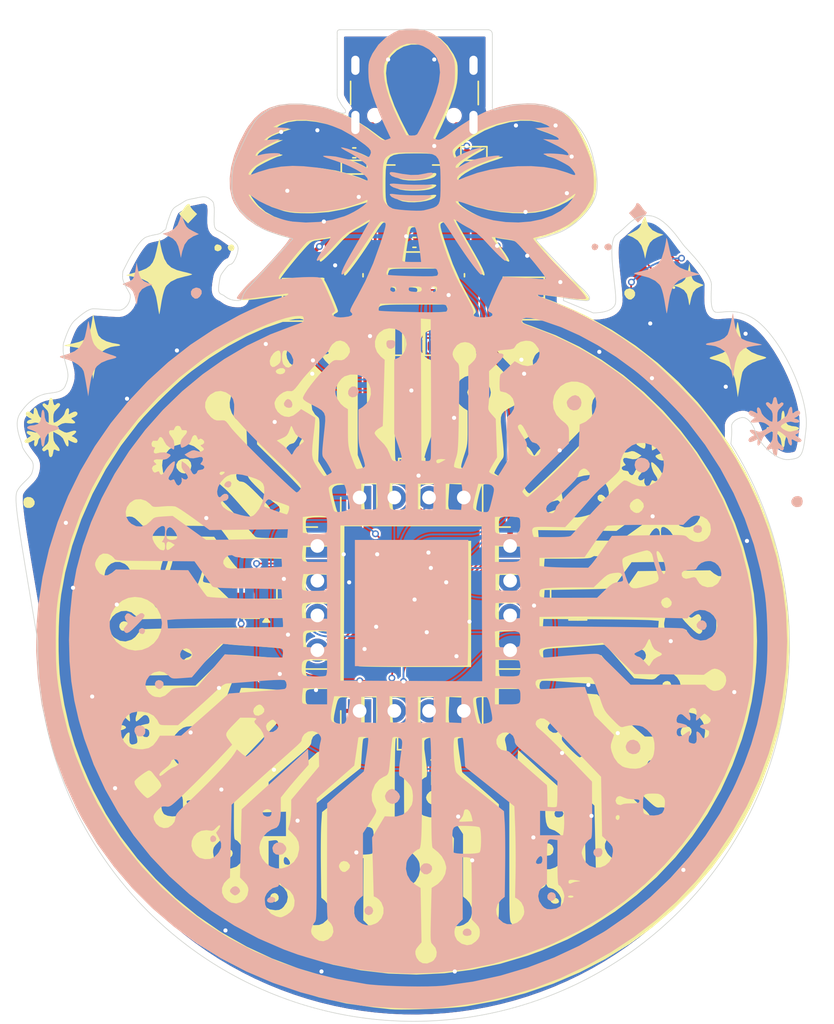
<source format=kicad_pcb>
(kicad_pcb (version 20241229) (generator "pcbnew") (generator_version "9.0")
  (layers (0 "F.Cu" signal) (2 "B.Cu" signal) (13 "F.Paste" user) (15 "B.Paste" user) (5 "F.SilkS" user "F.Silkscreen") (7 "B.SilkS" user "B.Silkscreen") (1 "F.Mask" user) (3 "B.Mask" user) (25 "Edge.Cuts" user))
  (net 0 "")
  (net 1 "+5V")
  (net 2 "Earth")
  (net 3 "+3.3V")
  (net 4 "/PD7_NRST")
  (net 5 "Net-(D1-A)")
  (net 6 "Net-(D1-K)")
  (net 7 "Net-(D5-K)")
  (net 8 "Net-(D5-A)")
  (net 9 "Net-(D10-K)")
  (net 10 "Net-(D10-A)")
  (net 11 "Net-(D13-K)")
  (net 12 "Net-(D13-A)")
  (net 13 "PD4")
  (net 14 "/PD1_SWD")
  (net 15 "/PC7")
  (net 16 "/PC2")
  (net 17 "/PC3")
  (net 18 "/PD6")
  (net 19 "/PA2")
  (net 20 "PD5")
  (net 21 "PD3")
  (net 22 "/PD2")
  (net 23 "/PC0")
  (net 24 "/PC4")
  (net 25 "/PC1")
  (net 26 "/PD0")
  (net 27 "/PA1")
  (net 28 "/PC5")
  (net 29 "/PC6")
  (net 30 "Net-(Q1-B)")
  (net 31 "Net-(Q2-B)")
  (net 32 "Net-(Q3-B)")
  (net 33 "Net-(Q4-B)")
  (net 34 "Net-(X1-CC1)")
  (net 35 "Net-(X1-CC2)")
  (net 36 "USB_BB-")
  (net 37 "USB_BB+")
  (footprint "Capacitor_SMD:C_0402_1005Metric" (layer "F.Cu") (at 93.3 84.55 -90)
    (property "Reference" "C6" (hide yes))
    (property "Value" "100nF")
  )
  (footprint "LED_SMD:LED_0402_1005Metric" (layer "F.Cu") (at 116.65 77.65 90)
    (property "Reference" "D6" (hide yes))
    (property "Value" "LED 0402")
  )
  (footprint "LED_SMD:LED_0402_1005Metric" (layer "F.Cu") (at 104.85 109.05 -90)
    (property "Reference" "D2" (hide yes))
    (property "Value" "LED 0402")
  )
  (footprint "LOGO" (layer "F.Cu") (at 96 84)
    (property "Reference" "G***" (hide yes))
    (property "Value" "LOGO" (hide yes))
  )
  (footprint "LED_SMD:LED_0402_1005Metric" (layer "F.Cu") (at 77.5 99.385 -90)
    (property "Reference" "D4" (hide yes))
    (property "Value" "LED 0402")
  )
  (footprint "Connector_PinHeader_2.54mm:PinHeader_1x04_P2.54mm_Vertical" (layer "F.Cu") (at 88.9 82.09)
    (property "Reference" "X4" (hide yes))
    (property "Value" "Conn_01x04_Pin")
  )
  (footprint "PCM_Resistor_SMD_AKL:R_0402_1005Metric" (layer "F.Cu") (at 95.8 76.2)
    (property "Reference" "R9" (hide yes))
    (property "Value" "1K" (hide yes))
  )
  (footprint "Capacitor_SMD:C_0402_1005Metric" (layer "F.Cu") (at 92.6 62.3 90)
    (property "Reference" "C5" (hide yes))
    (property "Value" "100nF")
  )
  (footprint "LED_SMD:LED_0402_1005Metric" (layer "F.Cu") (at 69.45 73.35)
    (property "Reference" "D15" (hide yes))
    (property "Value" "LED 0402")
  )
  (footprint "PCM_Resistor_SMD_AKL:R_0603_1608Metric" (layer "F.Cu") (at 104 63.25)
    (property "Reference" "R10" (hide yes))
    (property "Value" "22R" (hide yes))
  )
  (footprint "Package_TO_SOT_SMD:SOT-23" (layer "F.Cu") (at 95.8 73.75 90)
    (property "Reference" "Q2" (hide yes))
    (property "Value" "SS8050")
  )
  (footprint "Capacitor_SMD:C_0402_1005Metric" (layer "F.Cu") (at 96 59.9)
    (property "Reference" "C4" (hide yes))
    (property "Value" "10uF")
  )
  (footprint "PCM_Resistor_SMD_AKL:R_0402_1005Metric" (layer "F.Cu") (at 105.4625 85.9375 -90)
    (property "Reference" "R11" (hide yes))
    (property "Value" "1K" (hide yes))
  )
  (footprint "Connector_PinHeader_2.54mm:PinHeader_1x04_P2.54mm_Vertical" (layer "F.Cu") (at 91.99 78.55 90)
    (property "Reference" "X5" (hide yes))
    (property "Value" "Conn_01x04_Pin")
  )
  (footprint "PCM_Resistor_SMD_AKL:R_0603_1608Metric" (layer "F.Cu") (at 87.85 64.85 180)
    (property "Reference" "R6" (hide yes))
    (property "Value" "22R" (hide yes))
  )
  (footprint "Package_TO_SOT_SMD:SOT-23" (layer "F.Cu") (at 107.95 85.9375)
    (property "Reference" "Q3" (hide yes))
    (property "Value" "SS8050")
  )
  (footprint "LED_SMD:LED_0402_1005Metric" (layer "F.Cu") (at 87.85 68.9825 90)
    (property "Reference" "D8" (hide yes))
    (property "Value" "LED 0402")
  )
  (footprint "LED_SMD:LED_0402_1005Metric" (layer "F.Cu") (at 119.6675 68.3)
    (property "Reference" "D11" (hide yes))
    (property "Value" "LED 0402")
  )
  (footprint "Capacitor_SMD:C_0402_1005Metric" (layer "F.Cu") (at 91.6 53.35 180)
    (property "Reference" "C2" (hide yes))
    (property "Value" "10uF")
  )
  (footprint "LED_SMD:LED_0402_1005Metric" (layer "F.Cu") (at 79.75 59.8)
    (property "Reference" "D16" (hide yes))
    (property "Value" "LED 0402")
  )
  (footprint "PCM_Resistor_SMD_AKL:R_0402_1005Metric" (layer "F.Cu") (at 86.4375 85.8125 90)
    (property "Reference" "R13" (hide yes))
    (property "Value" "1K" (hide yes))
  )
  (footprint "LED_SMD:LED_0402_1005Metric" (layer "F.Cu") (at 112.9 59.35)
    (property "Reference" "D9" (hide yes))
    (property "Value" "LED 0402")
  )
  (footprint "Connector_PinHeader_2.54mm:PinHeader_1x04_P2.54mm_Vertical" (layer "F.Cu") (at 91.99 94.15 90)
    (property "Reference" "X3" (hide yes))
    (property "Value" "Conn_01x04_Pin")
  )
  (footprint "Capacitor_SMD:C_0402_1005Metric" (layer "F.Cu") (at 95.05 58.95 180)
    (property "Reference" "C3" (hide yes))
    (property "Value" "10uF")
  )
  (footprint "PCM_Resistor_SMD_AKL:R_0603_1608Metric" (layer "F.Cu") (at 94.45 66.65 90)
    (property "Reference" "R5" (hide yes))
    (property "Value" "33R" (hide yes))
  )
  (footprint "PCM_Resistor_SMD_AKL:R_0402_1005Metric" (layer "F.Cu") (at 100.35 53.4 180)
    (property "Reference" "R1" (hide yes))
    (property "Value" "5.1K" (hide yes))
  )
  (footprint "PCM_Resistor_SMD_AKL:R_0603_1608Metric" (layer "F.Cu") (at 87.85 63.35 180)
    (property "Reference" "R12" (hide yes))
    (property "Value" "22R" (hide yes))
  )
  (footprint "LED_SMD:LED_0402_1005Metric" (layer "F.Cu") (at 77.4 62.2675 -90)
    (property "Reference" "D13" (hide yes))
    (property "Value" "LED 0402")
  )
  (footprint "Button_Switch_SMD:SW_SPST_PTS810" (layer "F.Cu") (at 95.95 62.3)
    (property "Reference" "SW1" (hide yes))
    (property "Value" "KMR221GLFS")
  )
  (footprint "PCM_Resistor_SMD_AKL:R_0402_1005Metric" (layer "F.Cu") (at 91.6 54.4 180)
    (property "Reference" "R2" (hide yes))
    (property "Value" "5.1K" (hide yes))
  )
  (footprint "Connector_PinHeader_2.54mm:PinHeader_1x04_P2.54mm_Vertical" (layer "F.Cu") (at 103 82.09)
    (property "Reference" "X2" (hide yes))
    (property "Value" "Conn_01x04_Pin")
  )
  (footprint "LED_SMD:LED_0402_1005Metric" (layer "F.Cu") (at 122.95 73.5)
    (property "Reference" "D12" (hide yes))
    (property "Value" "LED 0402")
  )
  (footprint "Package_TO_SOT_SMD:SOT-23" (layer "F.Cu") (at 95.7125 98.9 -90)
    (property "Reference" "Q1" (hide yes))
    (property "Value" "SS8050")
  )
  (footprint "LED_SMD:LED_0402_1005Metric" (layer "F.Cu") (at 72.4675 67.4)
    (property "Reference" "D14" (hide yes))
    (property "Value" "LED 0402")
  )
  (footprint "Package_DFN_QFN:QFN-20-1EP_3x3mm_P0.4mm_EP1.65x1.65mm" (layer "F.Cu") (at 96.01 86.01 -90)
    (property "Reference" "DD1" (hide yes))
    (property "Value" "CH32V003F4U6")
  )
  (footprint "PCM_Resistor_SMD_AKL:R_0603_1608Metric" (layer "F.Cu") (at 97.45 66.65 90)
    (property "Reference" "R3" (hide yes))
    (property "Value" "1.5K" (hide yes))
  )
  (footprint "LED_SMD:LED_0402_1005Metric" (layer "F.Cu") (at 104.8 69.0325 90)
    (property "Reference" "D5" (hide yes))
    (property "Value" "LED 0402")
  )
  (footprint "Package_TO_SOT_SMD:SOT-23" (layer "F.Cu") (at 84 85.8125 180)
    (property "Reference" "Q4" (hide yes))
    (property "Value" "SS8050")
  )
  (footprint "LED_SMD:LED_0402_1005Metric" (layer "F.Cu") (at 116.0675 63.2)
    (property "Reference" "D10" (hide yes))
    (property "Value" "LED 0402")
  )
  (footprint "PCM_Resistor_SMD_AKL:R_0603_1608Metric" (layer "F.Cu") (at 104 64.75)
    (property "Reference" "R8" (hide yes))
    (property "Value" "22R" (hide yes))
  )
  (footprint "Capacitor_SMD:C_0402_1005Metric" (layer "F.Cu") (at 99.3 62.3 -90)
    (property "Reference" "C7" (hide yes))
    (property "Value" "10uF")
  )
  (footprint "LED_SMD:LED_0402_1005Metric" (layer "F.Cu") (at 116.65 98.915 -90)
    (property "Reference" "D1" (hide yes))
    (property "Value" "LED 0402")
  )
  (footprint "Package_TO_SOT_SMD:SOT-89-3" (layer "F.Cu") (at 95.95 55.6 90)
    (property "Reference" "U1" (hide yes))
    (property "Value" "AMS1117-3.3")
  )
  (footprint "LED_SMD:LED_0402_1005Metric" (layer "F.Cu") (at 77.5 77.785 90)
    (property "Reference" "D7" (hide yes))
    (property "Value" "LED 0402")
  )
  (footprint "Capacitor_SMD:C_0402_1005Metric" (layer "F.Cu") (at 96.95 58.95 180)
    (property "Reference" "C1" (hide yes))
    (property "Value" "10uF")
  )
  (footprint "PCM_Resistor_SMD_AKL:R_0402_1005Metric" (layer "F.Cu") (at 95.7125 96.4875 180)
    (property "Reference" "R7" (hide yes))
    (property "Value" "1K" (hide yes))
  )
  (footprint "Connector_USB:USB_C_Receptacle_GCT_USB4105-xx-A_16P_TopMnt_Horizontal" (layer "F.Cu") (at 96 48.025 180)
    (property "Reference" "X1" (hide yes))
    (property "Value" "USB_C_Receptacle_USB2.0_16P")
  )
  (footprint "PCM_Resistor_SMD_AKL:R_0603_1608Metric" (layer "F.Cu") (at 95.95 66.65 90)
    (property "Reference" "R4" (hide yes))
    (property "Value" "33R" (hide yes))
  )
  (footprint "LED_SMD:LED_0402_1005Metric" (layer "F.Cu") (at 87.85 108.415 -90)
    (property "Reference" "D3" (hide yes))
    (property "Value" "LED 0402")
  )
  (footprint "LOGO" (layer "B.Cu") (at 95.791909 83.934759 180)
    (property "Reference" "G***" (hide yes))
    (property "Value" "LOGO" (hide yes))
  )
  (gr_curve (pts (xy 106.4 59.25) (xy 105 59.75) (xy 104.95 59.65) (xy 104.95 59.65)) (stroke (width 0.05)) (layer "Edge.Cuts"))
  (gr_curve (pts (xy 66.95 78.05) (xy 67.25 77.5) (xy 67.75 77.25) (xy 68 76.8)) (stroke (width 0.05)) (layer "Edge.Cuts"))
  (gr_curve (pts (xy 78.85 57.1) (xy 79.35 56.8) (xy 79.25 56.8) (xy 79.8 56.7)) (stroke (width 0.05)) (layer "Edge.Cuts"))
  (gr_curve (pts (xy 67.3 74.75) (xy 67.3 74.5) (xy 66.6 73.25) (xy 67.15 72.4)) (stroke (width 0.05)) (layer "Edge.Cuts"))
  (gr_curve (pts (xy 84 63.05) (xy 84.25 62.8) (xy 87 59.75) (xy 87.05 59.7)) (stroke (width 0.05)) (layer "Edge.Cuts"))
  (gr_curve (pts (xy 109.075 65.05) (xy 109.075 65.05) (xy 110.5 65.1) (xy 110.7 64.375)) (stroke (width 0.05)) (layer "Edge.Cuts"))
  (gr_curve (pts (xy 72.5 64.75) (xy 72.85 64.75) (xy 73.9 64.85) (xy 74.15 64.85)) (stroke (width 0.05)) (layer "Edge.Cuts"))
  (gr_curve (pts (xy 82.15 63.85) (xy 82.4 64.05) (xy 82.7 64.15) (xy 83.1 64.15)) (stroke (width 0.05)) (layer "Edge.Cuts"))
  (gr_curve (pts (xy 108.1 63.1) (xy 108.4 63.35) (xy 108.65 63.65) (xy 108.75 63.8)) (stroke (width 0.05)) (layer "Edge.Cuts"))
  (gr_arc (start 119.15 74.625) (mid 103.459176 115.79479) (end 68.446732 89.05) (stroke (width 0.05)) (layer "Edge.Cuts"))
  (gr_curve (pts (xy 86.95 49.8) (xy 88.05 49.75) (xy 88.9 49.9) (xy 89.5 50.05)) (stroke (width 0.05)) (layer "Edge.Cuts"))
  (gr_curve (pts (xy 104.95 59.65) (xy 104.95 59.65) (xy 104.9 59.65) (xy 104.9 59.65)) (stroke (width 0.05)) (layer "Edge.Cuts"))
  (gr_line (start 106.9 64.15) (end 109.075 65.05) (stroke (width 0.05)) (layer "Edge.Cuts"))
  (gr_curve (pts (xy 87 59.6) (xy 86.85 59.55) (xy 85.2 59.15) (xy 84.65 58.75)) (stroke (width 0.05)) (layer "Edge.Cuts"))
  (gr_curve (pts (xy 108.75 63.8) (xy 108.85 63.95) (xy 108.8 64) (xy 108.8 64.05)) (stroke (width 0.05)) (layer "Edge.Cuts"))
  (gr_curve (pts (xy 83.1 64.15) (xy 83.5 64.15) (xy 83.35 63.9) (xy 83.55 63.6)) (stroke (width 0.05)) (layer "Edge.Cuts"))
  (gr_curve (pts (xy 108.8 64.05) (xy 108.8 64.1) (xy 108.8 64.1) (xy 108.7 64.15)) (stroke (width 0.05)) (layer "Edge.Cuts"))
  (gr_curve (pts (xy 68 76.8) (xy 68.2 76.25) (xy 68.1 76) (xy 68 75.85)) (stroke (width 0.05)) (layer "Edge.Cuts"))
  (gr_curve (pts (xy 76.4 59.5) (xy 77.1 59.25) (xy 77.25 59.4) (xy 77.6 59.1)) (stroke (width 0.05)) (layer "Edge.Cuts"))
  (gr_curve (pts (xy 106.9 63.975) (xy 106.9 63.975) (xy 107 63.95) (xy 107 63.95)) (stroke (width 0.05)) (layer "Edge.Cuts"))
  (gr_curve (pts (xy 90.95 50.25) (xy 90.95 50.15) (xy 90.8 50.1) (xy 90.55 49.65)) (stroke (width 0.05)) (layer "Edge.Cuts"))
  (gr_curve (pts (xy 109.25 56.55) (xy 108.95 57.45) (xy 107.8 58.75) (xy 106.4 59.25)) (stroke (width 0.05)) (layer "Edge.Cuts"))
  (gr_curve (pts (xy 115.75 60.175) (xy 116.025 60.475) (xy 117.725 62.225) (xy 117.725 62.975)) (stroke (width 0.05)) (layer "Edge.Cuts"))
  (gr_curve (pts (xy 82.65 55.9) (xy 82.65 55.15) (xy 82.65 54.55) (xy 82.9 53.9)) (stroke (width 0.05)) (layer "Edge.Cuts"))
  (gr_curve (pts (xy 83.55 63.6) (xy 83.75 63.3) (xy 83.75 63.3) (xy 84 63.05)) (stroke (width 0.05)) (layer "Edge.Cuts"))
  (gr_curve (pts (xy 74.9 64.6) (xy 75.2 64.3) (xy 75.25 63.85) (xy 75.2 63.7)) (stroke (width 0.05)) (layer "Edge.Cuts"))
  (gr_line (start 106.9 63.975) (end 106.9 64.15) (stroke (width 0.05)) (layer "Edge.Cuts"))
  (gr_curve (pts (xy 83.1 60.35) (xy 83.1 60.7) (xy 82.85 61.3) (xy 82.65 61.45)) (stroke (width 0.05)) (layer "Edge.Cuts"))
  (gr_curve (pts (xy 67.15 72.4) (xy 67.7 71.55) (xy 68.35 71.15) (xy 68.9 71)) (stroke (width 0.05)) (layer "Edge.Cuts"))
  (gr_curve (pts (xy 87.05 59.7) (xy 87.1 59.65) (xy 87.15 59.65) (xy 87 59.6)) (stroke (width 0.05)) (layer "Edge.Cuts"))
  (gr_curve (pts (xy 119.2 73.4) (xy 119.25 73.8) (xy 119.15 74.625) (xy 119.15 74.625)) (stroke (width 0.05)) (layer "Edge.Cuts"))
  (gr_curve (pts (xy 82.15 59.35) (xy 82.8 59.8) (xy 83.1 60) (xy 83.1 60.35)) (stroke (width 0.05)) (layer "Edge.Cuts"))
  (gr_curve (pts (xy 74.65 62.4) (xy 74.65 62.4) (xy 74.65 62) (xy 74.7 61.95)) (stroke (width 0.05)) (layer "Edge.Cuts"))
  (gr_curve (pts (xy 74.7 61.95) (xy 74.75 61.9) (xy 75.7 59.75) (xy 76.4 59.5)) (stroke (width 0.05)) (layer "Edge.Cuts"))
  (gr_curve (pts (xy 82.9 53.9) (xy 83.15 53.25) (xy 83.85 51.8) (xy 84 51.6)) (stroke (width 0.05)) (layer "Edge.Cuts"))
  (gr_curve (pts (xy 101.95 50.2) (xy 102.25 50.15) (xy 103.6 49.6) (xy 105.15 49.85)) (stroke (width 0.05)) (layer "Edge.Cuts"))
  (gr_curve (pts (xy 89.5 50.05) (xy 90.1 50.2) (xy 90.45 50.45) (xy 90.75 50.45)) (stroke (width 0.05)) (layer "Edge.Cuts"))
  (gr_curve (pts (xy 74.15 64.85) (xy 74.4 64.85) (xy 74.6 64.9) (xy 74.9 64.6)) (stroke (width 0.05)) (layer "Edge.Cuts"))
  (gr_curve (pts (xy 108.7 64.15) (xy 108.6 64.2) (xy 107 64) (xy 107 63.95)) (stroke (width 0.05)) (layer "Edge.Cuts"))
  (gr_curve (pts (xy 117.975 64.975) (xy 118.35 65.2) (xy 119.875 64.325) (xy 121.6 66.125)) (stroke (width 0.05)) (layer "Edge.Cuts"))
  (gr_curve (pts (xy 81 56.7) (xy 81.35 56.95) (xy 81.3 57) (xy 81.35 57.35)) (stroke (width 0.05)) (layer "Edge.Cuts"))
  (gr_curve (pts (xy 84 51.6) (xy 84.15 51.4) (xy 84.3 50.95) (xy 84.85 50.55)) (stroke (width 0.05)) (layer "Edge.Cuts"))
  (gr_curve (pts (xy 105 59.85) (xy 105.15 60) (xy 107.8 62.85) (xy 108.1 63.1)) (stroke (width 0.05)) (layer "Edge.Cuts"))
  (gr_curve (pts (xy 90.35 44.6) (xy 90.35 44.6) (xy 90.3 44.35) (xy 90.55 44.35)) (stroke (width 0.05)) (layer "Edge.Cuts"))
  (gr_curve (pts (xy 70.35 67.2) (xy 70.4 67.1) (xy 70.7 66) (xy 71.15 65.6)) (stroke (width 0.05)) (layer "Edge.Cuts"))
  (gr_curve (pts (xy 68 75.85) (xy 67.9 75.7) (xy 67.3 75) (xy 67.3 74.75)) (stroke (width 0.05)) (layer "Edge.Cuts"))
  (gr_curve (pts (xy 113.25 57.95) (xy 114.425 58.1) (xy 115.475 59.875) (xy 115.75 60.175)) (stroke (width 0.05)) (layer "Edge.Cuts"))
  (gr_curve (pts (xy 81.45 58.9) (xy 81.65 59.15) (xy 81.5 58.9) (xy 82.15 59.35)) (stroke (width 0.05)) (layer "Edge.Cuts"))
  (gr_curve (pts (xy 108.05 51.5) (xy 108.9 52.55) (xy 109.1 53.85) (xy 109.15 54)) (stroke (width 0.05)) (layer "Edge.Cuts"))
  (gr_curve (pts (xy 78 58.25) (xy 78.3 57.35) (xy 78.35 57.4) (xy 78.85 57.1)) (stroke (width 0.05)) (layer "Edge.Cuts"))
  (gr_curve (pts (xy 90.35 45) (xy 90.35 45) (xy 90.35 44.6) (xy 90.35 44.6)) (stroke (width 0.05)) (layer "Edge.Cuts"))
  (gr_curve (pts (xy 117.725 62.975) (xy 117.725 63.725) (xy 117.6 64.75) (xy 117.975 64.975)) (stroke (width 0.05)) (layer "Edge.Cuts"))
  (gr_curve (pts (xy 90.35 48.7) (xy 90.35 48.15) (xy 90.35 45) (xy 90.35 45)) (stroke (width 0.05)) (layer "Edge.Cuts"))
  (gr_curve (pts (xy 120.975 73.825) (xy 120.725 73.05) (xy 120.325 72.7) (xy 120.025 72.7)) (stroke (width 0.05)) (layer "Edge.Cuts"))
  (gr_curve (pts (xy 90.55 49.65) (xy 90.3 49.2) (xy 90.35 49.25) (xy 90.35 48.7)) (stroke (width 0.05)) (layer "Edge.Cuts"))
  (gr_curve (pts (xy 70.3 67.8) (xy 70.3 67.55) (xy 70.3 67.3) (xy 70.35 67.2)) (stroke (width 0.05)) (layer "Edge.Cuts"))
  (gr_curve (pts (xy 104.9 59.65) (xy 104.9 59.65) (xy 104.85 59.7) (xy 105 59.85)) (stroke (width 0.05)) (layer "Edge.Cuts"))
  (gr_curve (pts (xy 84.65 58.75) (xy 84.1 58.35) (xy 83.2 57.6) (xy 83.1 57.3)) (stroke (width 0.05)) (layer "Edge.Cuts"))
  (gr_curve (pts (xy 83.1 57.3) (xy 83 57) (xy 82.65 56.65) (xy 82.65 55.9)) (stroke (width 0.05)) (layer "Edge.Cuts"))
  (gr_curve (pts (xy 110.7 64.375) (xy 110.9 63.65) (xy 109.975 59.9) (xy 110.775 59.325)) (stroke (width 0.05)) (layer "Edge.Cuts"))
  (gr_curve (pts (xy 77.6 59.1) (xy 77.95 58.8) (xy 77.7 59.15) (xy 78 58.25)) (stroke (width 0.05)) (layer "Edge.Cuts"))
  (gr_curve (pts (xy 81.75 62.65) (xy 81.7 62.95) (xy 81.6 63.45) (xy 81.75 63.6)) (stroke (width 0.05)) (layer "Edge.Cuts"))
  (gr_curve (pts (xy 81.35 57.35) (xy 81.4 57.7) (xy 81.25 58.65) (xy 81.45 58.9)) (stroke (width 0.05)) (layer "Edge.Cuts"))
  (gr_curve (pts (xy 75.2 63.7) (xy 75.15 63.55) (xy 74.6 62.75) (xy 74.65 62.4)) (stroke (width 0.05)) (layer "Edge.Cuts"))
  (gr_curve (pts (xy 101.7 44.7) (xy 101.7 45.05) (xy 101.7 50) (xy 101.7 50)) (stroke (width 0.05)) (layer "Edge.Cuts"))
  (gr_curve (pts (xy 105.15 49.85) (xy 106.7 50.1) (xy 107.2 50.45) (xy 108.05 51.5)) (stroke (width 0.05)) (layer "Edge.Cuts"))
  (gr_curve (pts (xy 124.65 73.525) (xy 124.425 75.55) (xy 124.35 75.675) (xy 123.4 75.775)) (stroke (width 0.05)) (layer "Edge.Cuts"))
  (gr_curve (pts (xy 109.15 54) (xy 109.2 54.15) (xy 109.55 55.65) (xy 109.25 56.55)) (stroke (width 0.05)) (layer "Edge.Cuts"))
  (gr_curve (pts (xy 110.775 59.325) (xy 111.575 58.75) (xy 112.075 57.8) (xy 113.25 57.95)) (stroke (width 0.05)) (layer "Edge.Cuts"))
  (gr_curve (pts (xy 79.8 56.7) (xy 80.35 56.6) (xy 80.65 56.45) (xy 81 56.7)) (stroke (width 0.05)) (layer "Edge.Cuts"))
  (gr_curve (pts (xy 90.55 44.35) (xy 90.8 44.35) (xy 101.4 44.35) (xy 101.4 44.35)) (stroke (width 0.05)) (layer "Edge.Cuts"))
  (gr_curve (pts (xy 84.85 50.55) (xy 85.4 50.15) (xy 85.85 49.85) (xy 86.95 49.8)) (stroke (width 0.05)) (layer "Edge.Cuts"))
  (gr_curve (pts (xy 101.4 44.35) (xy 101.4 44.35) (xy 101.7 44.35) (xy 101.7 44.7)) (stroke (width 0.05)) (layer "Edge.Cuts"))
  (gr_curve (pts (xy 120.025 72.7) (xy 119.725 72.7) (xy 119.15 73) (xy 119.2 73.4)) (stroke (width 0.05)) (layer "Edge.Cuts"))
  (gr_curve (pts (xy 68.9 71) (xy 69.45 70.85) (xy 70.2 70.95) (xy 70.45 70.4)) (stroke (width 0.05)) (layer "Edge.Cuts"))
  (gr_curve (pts (xy 101.7 50) (xy 101.7 50) (xy 101.65 50.25) (xy 101.95 50.2)) (stroke (width 0.05)) (layer "Edge.Cuts"))
  (gr_curve (pts (xy 68.446732 89.05) (xy 67 80.45) (xy 66.65 78.6) (xy 66.95 78.05)) (stroke (width 0.05)) (layer "Edge.Cuts"))
  (gr_curve (pts (xy 121.6 66.125) (xy 123.325 67.925) (xy 124.875 71.5) (xy 124.65 73.525)) (stroke (width 0.05)) (layer "Edge.Cuts"))
  (gr_curve (pts (xy 70.45 70.4) (xy 70.7 69.85) (xy 70.7 69.55) (xy 70.55 69)) (stroke (width 0.05)) (layer "Edge.Cuts"))
  (gr_curve (pts (xy 82.15 61.85) (xy 81.8 62.3) (xy 81.8 62.35) (xy 81.75 62.65)) (stroke (width 0.05)) (layer "Edge.Cuts"))
  (gr_curve (pts (xy 71.15 65.6) (xy 71.6 65.2) (xy 72.15 64.75) (xy 72.5 64.75)) (stroke (width 0.05)) (layer "Edge.Cuts"))
  (gr_curve (pts (xy 81.75 63.6) (xy 81.9 63.75) (xy 81.9 63.65) (xy 82.15 63.85)) (stroke (width 0.05)) (layer "Edge.Cuts"))
  (gr_curve (pts (xy 70.55 69) (xy 70.4 68.45) (xy 70.3 68.05) (xy 70.3 67.8)) (stroke (width 0.05)) (layer "Edge.Cuts"))
  (gr_curve (pts (xy 123.4 75.775) (xy 122.45 75.875) (xy 121.225 74.6) (xy 120.975 73.825)) (stroke (width 0.05)) (layer "Edge.Cuts"))
  (gr_curve (pts (xy 90.75 50.45) (xy 91.05 50.45) (xy 90.95 50.35) (xy 90.95 50.25)) (stroke (width 0.05)) (layer "Edge.Cuts"))
  (gr_curve (pts (xy 82.65 61.45) (xy 82.45 61.6) (xy 82.5 61.4) (xy 82.15 61.85)) (stroke (width 0.05)) (layer "Edge.Cuts"))
  (segment (start 103 69.65) (end 101 67.65) (width 0.4) (layer "F.Cu") (net 1))
  (segment (start 101 67.65) (end 101 63.210001) (width 0.4) (layer "F.Cu") (net 1))
  (segment (start 103 82.09) (end 103 69.65) (width 0.4) (layer "F.Cu") (net 1))
  (segment (start 101 63.210001) (end 99.609999 61.82) (width 0.4) (layer "F.Cu") (net 1))
  (segment (start 99.609999 61.82) (end 99.3 61.82) (width 0.4) (layer "F.Cu") (net 1))
  (via (at 99.2 101.875) (size 0.5) (drill 0.3) (layers "F.Cu" "B.Cu") (net 2))
  (via (at 109.525 67.9) (size 0.5) (drill 0.3) (layers "F.Cu" "B.Cu") (net 2))
  (via (at 107.5 53.625) (size 0.5) (drill 0.3) (layers "F.Cu" "B.Cu") (net 2))
  (via (at 72.425 93.1) (size 0.5) (drill 0.3) (layers "F.Cu" "B.Cu") (net 2))
  (via (at 106.8 97.225) (size 0.5) (drill 0.3) (layers "F.Cu" "B.Cu") (net 2))
  (via (at 106.675 62.8) (size 0.5) (drill 0.3) (layers "F.Cu" "B.Cu") (net 2))
  (via (at 113.25 65.825) (size 0.5) (drill 0.3) (layers "F.Cu" "B.Cu") (net 2))
  (via (at 74.1 99.8) (size 0.5) (drill 0.3) (layers "F.Cu" "B.Cu") (net 2))
  (via (at 79.625 95.725) (size 0.5) (drill 0.3) (layers "F.Cu" "B.Cu") (net 2))
  (via (at 88.8 92.625) (size 0.5) (drill 0.3) (layers "F.Cu" "B.Cu") (net 2))
  (via (at 97.025 82.575) (size 0.5) (drill 0.3) (layers "F.Cu" "B.Cu") (net 2))
  (via (at 93.275 82.7) (size 0.5) (drill 0.3) (layers "F.Cu" "B.Cu") (net 2))
  (via (at 106.325 51.35) (size 0.5) (drill 0.3) (layers "F.Cu" "B.Cu") (net 2))
  (via (at 108.725 92.25) (size 0.5) (drill 0.3) (layers "F.Cu" "B.Cu") (net 2))
  (via (at 99.075 90.15) (size 0.5) (drill 0.3) (layers "F.Cu" "B.Cu") (net 2))
  (via (at 114.75 89.05) (size 0.5) (drill 0.3) (layers "F.Cu" "B.Cu") (net 2))
  (via (at 85.725 98.45) (size 0.5) (drill 0.3) (layers "F.Cu" "B.Cu") (net 2))
  (via (at 88.9 51.7) (size 0.5) (drill 0.3) (layers "F.Cu" "B.Cu") (net 2))
  (via (at 104.25 60.875) (size 0.5) (drill 0.3) (layers "F.Cu" "B.Cu") (net 2))
  (via (at 108.95 101.825) (size 0.5) (drill 0.3) (layers "F.Cu" "B.Cu") (net 2))
  (via (at 119.4 92.775) (size 0.5) (drill 0.3) (layers "F.Cu" "B.Cu") (net 2))
  (via (at 90.2 61.575) (size 0.5) (drill 0.3) (layers "F.Cu" "B.Cu") (net 2))
  (via (at 81.875 99.9) (size 0.5) (drill 0.3) (layers "F.Cu" "B.Cu") (net 2))
  (via (at 87.45 102.175) (size 0.5) (drill 0.3) (layers "F.Cu" "B.Cu") (net 2))
  (via (at 98.9 72.725) (size 0.5) (drill 0.3) (layers "F.Cu" "B.Cu") (net 2))
  (via (at 107.15 56.3) (size 0.5) (drill 0.3) (layers "F.Cu" "B.Cu") (net 2))
  (via (at 96.01 86.01) (size 0.5) (drill 0.3) (layers "F.Cu" "B.Cu") (net 2))
  (via (at 92.75 66.75) (size 0.5) (drill 0.3) (layers "F.Cu" "B.Cu") (net 2))
  (via (at 113.375 69.825) (size 0.5) (drill 0.3) (layers "F.Cu" "B.Cu") (net 2))
  (via (at 106.625 75.1) (size 0.5) (drill 0.3) (layers "F.Cu" "B.Cu") (net 2))
  (via (at 91.75 104.5) (size 0.5) (drill 0.3) (layers "F.Cu" "B.Cu") (net 2))
  (via (at 120.325 81.725) (size 0.5) (drill 0.3) (layers "F.Cu" "B.Cu") (net 2))
  (via (at 90.825 82.7) (size 0.5) (drill 0.3) (layers "F.Cu" "B.Cu") (net 2))
  (via (at 74.225 86.375) (size 0.5) (drill 0.3) (layers "F.Cu" "B.Cu") (net 2))
  (via (at 86.7 56.125) (size 0.5) (drill 0.3) (layers "F.Cu" "B.Cu") (net 2))
  (via (at 89.375 58.375) (size 0.5) (drill 0.3) (layers "F.Cu" "B.Cu") (net 2))
  (via (at 81.7 92.475) (size 0.5) (drill 0.3) (layers "F.Cu" "B.Cu") (net 2))
  (via (at 78.625 67.8) (size 0.5) (drill 0.3) (layers "F.Cu" "B.Cu") (net 2))
  (via (at 113.425 79.925) (size 0.5) (drill 0.3) (layers "F.Cu" "B.Cu") (net 2))
  (via (at 91.925 56.575) (size 0.5) (drill 0.3) (layers "F.Cu" "B.Cu") (net 2))
  (via (at 86.25 51.825) (size 0.5) (drill 0.3) (layers "F.Cu" "B.Cu") (net 2))
  (via (at 97.45 46.525) (size 0.5) (drill 0.3) (layers "F.Cu" "B.Cu") (net 2))
  (via (at 86.75 88.575) (size 0.5) (drill 0.3) (layers "F.Cu" "B.Cu") (net 2))
  (via (at 80.775 80.05) (size 0.5) (drill 0.3) (layers "F.Cu" "B.Cu") (net 2))
  (via (at 70.5 80.4) (size 0.5) (drill 0.3) (layers "F.Cu" "B.Cu") (net 2))
  (via (at 98.95 113.2) (size 0.5) (drill 0.3) (layers "F.Cu" "B.Cu") (net 2))
  (via (at 74.975 71.325) (size 0.5) (drill 0.3) (layers "F.Cu" "B.Cu") (net 2))
  (via (at 85.775 73.025) (size 0.5) (drill 0.3) (layers "F.Cu" "B.Cu") (net 2))
  (via (at 91.225 84.75) (size 0.5) (drill 0.3) (layers "F.Cu" "B.Cu") (net 2))
  (via (at 71.025 85.15) (size 0.5) (drill 0.3) (layers "F.Cu" "B.Cu") (net 2))
  (via (at 94.075 46.525) (size 0.5) (drill 0.3) (layers "F.Cu" "B.Cu") (net 2))
  (via (at 118.775 70.45) (size 0.5) (drill 0.3) (layers "F.Cu" "B.Cu") (net 2))
  (via (at 110.875 95.775) (size 0.5) (drill 0.3) (layers "F.Cu" "B.Cu") (net 2))
  (via (at 100.225 105.075) (size 0.5) (drill 0.3) (layers "F.Cu" "B.Cu") (net 2))
  (via (at 104.7 103.4) (size 0.5) (drill 0.3) (layers "F.Cu" "B.Cu") (net 2))
  (via (at 85.125 67.325) (size 0.5) (drill 0.3) (layers "F.Cu" "B.Cu") (net 2))
  (via (at 100.025 87.625) (size 0.5) (drill 0.3) (layers "F.Cu" "B.Cu") (net 2))
  (via (at 103.425 51.35) (size 0.5) (drill 0.3) (layers "F.Cu" "B.Cu") (net 2))
  (via (at 115.675 105.775) (size 0.5) (drill 0.3) (layers "F.Cu" "B.Cu") (net 2))
  (via (at 104.125 57.675) (size 0.5) (drill 0.3) (layers "F.Cu" "B.Cu") (net 2))
  (via (at 82.175 110.2) (size 0.5) (drill 0.3) (layers "F.Cu" "B.Cu") (net 2))
  (via (at 120.225 66.575) (size 0.5) (drill 0.3) (layers "F.Cu" "B.Cu") (net 2))
  (via (at 92.35 89.625) (size 0.5) (drill 0.3) (layers "F.Cu" "B.Cu") (net 2))
  (via (at 89.2 113.2) (size 0.5) (drill 0.3) (layers "F.Cu" "B.Cu") (net 2))
  (via (at 86.15 91.45) (size 0.5) (drill 0.3) (layers "F.Cu" "B.Cu") (net 2))
  (segment (start 92 82.77) (end 92 78.56) (width 0.3) (layer "F.Cu") (net 3))
  (segment (start 88.675 63.35) (end 88.675 63.9) (width 0.3) (layer "F.Cu") (net 3))
  (segment (start 95.4 59.45) (end 95.4 59.08) (width 0.3) (layer "F.Cu") (net 3))
  (segment (start 86.275 93.375) (end 86.092677 93.192677) (width 0.3) (layer "F.Cu") (net 3))
  (segment (start 91.99 78.55) (end 91.99 68.165) (width 0.3) (layer "F.Cu") (net 3))
  (segment (start 103.175 63.25) (end 103.175 64.75) (width 0.3) (layer "F.Cu") (net 3))
  (segment (start 94.11 85.21) (end 93.888 84.988) (width 0.3) (layer "F.Cu") (net 3))
  (segment (start 95.52 57.8925) (end 95.95 57.4625) (width 0.3) (layer "F.Cu") (net 3))
  (segment (start 93.37 84.07) (end 93.3 84.07) (width 0.3) (layer "F.Cu") (net 3))
  (segment (start 88.675 60.575) (end 89.05 60.2) (width 0.3) (layer "F.Cu") (net 3))
  (segment (start 103.175 63.25) (end 103.175 61.275) (width 0.3) (layer "F.Cu") (net 3))
  (segment (start 92 78.56) (end 91.99 78.55) (width 0.3) (layer "F.Cu") (net 3))
  (segment (start 88.675 63.9) (end 88.675 60.575) (width 0.3) (layer "F.Cu") (net 3))
  (segment (start 91.99 68.165) (end 88.675 64.85) (width 0.3) (layer "F.Cu") (net 3))
  (segment (start 95.4 59.08) (end 95.53 58.95) (width 0.3) (layer "F.Cu") (net 3))
  (segment (start 86.092677 93.192677) (end 85.198833 92.298833) (width 0.3) (layer "F.Cu") (net 3))
  (segment (start 91.99 94.15) (end 88.146016 94.15) (width 0.3) (layer "F.Cu") (net 3))
  (segment (start 95.52 59.9) (end 95.52 57.8925) (width 0.3) (layer "F.Cu") (net 3))
  (segment (start 93.888 84.588) (end 93.37 84.07) (width 0.3) (layer "F.Cu") (net 3))
  (segment (start 103.175 61.275) (end 102.05 60.15) (width 0.3) (layer "F.Cu") (net 3))
  (segment (start 88.675 63.9) (end 88.675 64.85) (width 0.3) (layer "F.Cu") (net 3))
  (segment (start 94.56 85.21) (end 94.11 85.21) (width 0.3) (layer "F.Cu") (net 3))
  (segment (start 93.888 84.988) (end 93.888 84.588) (width 0.3) (layer "F.Cu") (net 3))
  (segment (start 93.3 84.07) (end 92 82.77) (width 0.3) (layer "F.Cu") (net 3))
  (via (at 102.05 60.15) (size 0.5) (drill 0.3) (layers "F.Cu" "B.Cu") (net 3))
  (via (at 83.325 87.775) (size 0.5) (drill 0.3) (layers "F.Cu" "B.Cu") (net 3))
  (via (at 95.4 59.45) (size 0.5) (drill 0.3) (layers "F.Cu" "B.Cu") (net 3))
  (via (at 89.05 60.2) (size 0.5) (drill 0.3) (layers "F.Cu" "B.Cu") (net 3))
  (arc (start 88.146016 94.15) (mid 87.133429 93.948584) (end 86.275 93.375) (width 0.3) (layer "F.Cu") (net 3))
  (arc (start 85.198833 92.298833) (mid 83.811993 90.223281) (end 83.325 87.775) (width 0.3) (layer "F.Cu") (net 3))
  (segment (start 83.325 87.775) (end 83.325 83.687742) (width 0.3) (layer "B.Cu") (net 3))
  (segment (start 102.05 60.15) (end 101.35 59.45) (width 0.3) (layer "B.Cu") (net 3))
  (segment (start 88.003122 78.55) (end 91.99 78.55) (width 0.3) (layer "B.Cu") (net 3))
  (segment (start 101.35 59.45) (end 95.4 59.45) (width 0.3) (layer "B.Cu") (net 3))
  (segment (start 89.05 60.2) (end 89.8 59.45) (width 0.3) (layer "B.Cu") (net 3))
  (segment (start 89.8 59.45) (end 95.4 59.45) (width 0.3) (layer "B.Cu") (net 3))
  (arc (start 83.325 83.687742) (mid 83.740826 81.597241) (end 84.925 79.825) (width 0.3) (layer "B.Cu") (net 3))
  (arc (start 84.925 79.825) (mid 86.337254 78.881362) (end 88.003122 78.55) (width 0.3) (layer "B.Cu") (net 3))
  (segment (start 96.81 84.09) (end 97.2 83.7) (width 0.127) (layer "F.Cu") (net 4))
  (segment (start 96.81 84.56) (end 96.81 84.09) (width 0.127) (layer "F.Cu") (net 4))
  (segment (start 98.32929 63.679289) (end 98.025 63.375) (width 0.127) (layer "F.Cu") (net 4))
  (segment (start 93.28 62.78) (end 93.875 63.375) (width 0.127) (layer "F.Cu") (net 4))
  (segment (start 92.6 62.78) (end 93.28 62.78) (width 0.127) (layer "F.Cu") (net 4))
  (segment (start 93.875 63.375) (end 98.025 63.375) (width 0.127) (layer "F.Cu") (net 4))
  (via (at 98.5 63.75) (size 0.5) (drill 0.3) (layers "F.Cu" "B.Cu") (net 4))
  (via (at 97.2 83.7) (size 0.5) (drill 0.3) (layers "F.Cu" "B.Cu") (net 4))
  (arc (start 98.5 63.75) (mid 98.407612 63.731623) (end 98.32929 63.679289) (width 0.127) (layer "F.Cu") (net 4))
  (segment (start 101.75 81) (end 102.667157 80.082843) (width 0.127) (layer "B.Cu") (net 4))
  (segment (start 97.2 83.7) (end 102.07 83.7) (width 0.127) (layer "B.Cu") (net 4))
  (segment (start 102.07 83.7) (end 103 84.63) (width 0.127) (layer "B.Cu") (net 4))
  (segment (start 100.358147 82.391852) (end 101.75 81) (width 0.127) (layer "B.Cu") (net 4))
  (segment (start 102.95 79.4) (end 102.95 74.49325) (width 0.127) (layer "B.Cu") (net 4))
  (arc (start 102.95 74.49325) (mid 101.793483 68.679045) (end 98.5 63.75) (width 0.127) (layer "B.Cu") (net 4))
  (arc (start 102.667157 80.082843) (mid 102.876492 79.769552) (end 102.95 79.4) (width 0.127) (layer "B.Cu") (net 4))
  (arc (start 97.2 83.7) (mid 98.909177 83.360024) (end 100.358147 82.391852) (width 0.127) (layer "B.Cu") (net 4))
  (segment (start 107.692333 108.357667) (end 116.65 99.4) (width 0.127) (layer "F.Cu") (net 5))
  (segment (start 79.763604 65.35) (end 79.448528 65.35) (width 0.127) (layer "F.Cu") (net 5))
  (segment (start 83.845675 85.195675) (end 83.95 85.3) (width 0.127) (layer "F.Cu") (net 5))
  (segment (start 80.95 88.65) (end 79.619239 88.65) (width 0.127) (layer "F.Cu") (net 5))
  (segment (start 72.5 74.95) (end 72.188909 75.261091) (width 0.127) (layer "F.Cu") (net 5))
  (segment (start 84.1 85.662132) (end 84.1 85.95) (width 0.127) (layer "F.Cu") (net 5))
  (segment (start 80.95 65.85) (end 80.935355 65.835355) (width 0.127) (layer "F.Cu") (net 5))
  (segment (start 78 65.95) (end 74.752082 69.197918) (width 0.127) (layer "F.Cu") (net 5))
  (segment (start 81.45 85.1) (end 83.6 85.1) (width 0.127) (layer "F.Cu") (net 5))
  (segment (start 83.6 85.1) (end 83.61583 85.10047) (width 0.127) (layer "F.Cu") (net 5))
  (segment (start 76.35 93.404163) (end 76.35 97.4) (width 0.127) (layer "F.Cu") (net 5))
  (segment (start 90.867767 110.15) (end 103.365259 110.15) (width 0.127) (layer "F.Cu") (net 5))
  (segment (start 85.192893 66.3) (end 82.036396 66.3) (width 0.127) (layer "F.Cu") (net 5))
  (segment (start 79.411959 100.66196) (end 81.95 103.2) (width 0.127) (layer "F.Cu") (net 5))
  (segment (start 71.8 76.2) (end 71.8 76.535786) (width 0.127) (layer "F.Cu") (net 5))
  (segment (start 73.55 72.1) (end 73.55 72.415076) (width 0.127) (layer "F.Cu") (net 5))
  (segment (start 77.283381 99.653381) (end 77.5 99.87) (width 0.127) (layer "F.Cu") (net 5))
  (segment (start 72.8 78.95) (end 77.182233 83.332233) (width 0.127) (layer "F.Cu") (net 5))
  (segment (start 83.993934 86.206066) (end 81.974264 88.225736) (width 0.127) (layer "F.Cu") (net 5))
  (segment (start 81.95 103.2) (end 87.508578 108.758578) (width 0.127) (layer "F.Cu") (net 5))
  (segment (start 86.79519 65.404809) (end 86.4 65.8) (width 0.127) (layer "F.Cu") (net 5))
  (arc (start 82.036396 66.3) (mid 81.448443 66.183049) (end 80.95 65.85) (width 0.127) (layer "F.Cu") (net 5))
  (arc (start 84.1 85.95) (mid 84.072434 86.088582) (end 83.993934 86.206066) (width 0.127) (layer "F.Cu") (net 5))
  (arc (start 71.8 76.535786) (mid 72.059892 77.842349) (end 72.8 78.95) (width 0.127) (layer "F.Cu") (net 5))
  (arc (start 87.025 64.85) (mid 86.965274 65.150261) (end 86.79519 65.404809) (width 0.127) (layer "F.Cu") (net 5))
  (arc (start 79.448528 65.35) (mid 78.664591 65.505935) (end 78 65.95) (width 0.127) (layer "F.Cu") (net 5))
  (arc (start 81.974264 88.225736) (mid 81.504327 88.539737) (end 80.95 88.65) (width 0.127) (layer "F.Cu") (net 5))
  (arc (start 87.508578 108.758578) (mid 87.665224 108.863245) (end 87.85 108.9) (width 0.127) (layer "F.Cu") (net 5))
  (arc (start 104.85 109.535) (mid 106.38826 109.229021) (end 107.692333 108.357667) (width 0.127) (layer "F.Cu") (net 5))
  (arc (start 83.61583 85.10047) (mid 83.740221 85.125213) (end 83.845675 85.195675) (width 0.127) (layer "F.Cu") (net 5))
  (arc (start 86.4 65.8) (mid 85.846174 66.170054) (end 85.192893 66.3) (width 0.127) (layer "F.Cu") (net 5))
  (arc (start 74.752082 69.197918) (mid 73.862411 70.529404) (end 73.55 72.1) (width 0.127) (layer "F.Cu") (net 5))
  (arc (start 76.35 97.4) (mid 76.592578 98.619521) (end 77.283381 99.653381) (width 0.127) (layer "F.Cu") (net 5))
  (arc (start 83.95 85.3) (mid 84.061016 85.466148) (end 84.1 85.662132) (width 0.127) (layer "F.Cu") (net 5))
  (arc (start 80.935355 65.835355) (mid 80.397751 65.47614) (end 79.763604 65.35) (width 0.127) (layer "F.Cu") (net 5))
  (arc (start 87.85 108.9) (mid 89.234564 109.825135) (end 90.867767 110.15) (width 0.127) (layer "F.Cu") (net 5))
  (arc (start 73.55 72.415076) (mid 73.277114 73.786967) (end 72.5 74.95) (width 0.127) (layer "F.Cu") (net 5))
  (arc (start 78.05 89.3) (mid 76.791816 91.183006) (end 76.35 93.404163) (width 0.127) (layer "F.Cu") (net 5))
  (arc (start 77.182233 83.332233) (mid 79.140301 84.640572) (end 81.45 85.1) (width 0.127) (layer "F.Cu") (net 5))
  (arc (start 72.188909 75.261091) (mid 71.901074 75.691866) (end 71.8 76.2) (width 0.127) (layer "F.Cu") (net 5))
  (arc (start 79.619239 88.65) (mid 78.769973 88.818929) (end 78.05 89.3) (width 0.127) (layer "F.Cu") (net 5))
  (arc (start 77.5 99.87) (mid 78.534745 100.075824) (end 79.411959 100.66196) (width 0.127) (layer "F.Cu") (net 5))
  (arc (start 103.365259 110.15) (mid 104.168795 109.990166) (end 104.85 109.535) (width 0.127) (layer "F.Cu") (net 5))
  (segment (start 107.555764 107.444236) (end 112.9 102.1) (width 0.127) (layer "F.Cu") (net 6))
  (segment (start 112.91159 102.087866) (end 116.512503 98.486953) (width 0.127) (layer "F.Cu") (net 6))
  (segment (start 91.761026 109.55) (end 95.7 109.55) (width 0.127) (layer "F.Cu") (net 6))
  (segment (start 87.85 107.93) (end 79.753381 99.833381) (width 0.127) (layer "F.Cu") (net 6))
  (segment (start 103.8 109.15) (end 104.056195 108.893805) (width 0.127) (layer "F.Cu") (net 6))
  (segment (start 112.9 102.1) (end 112.91159 102.087866) (width 0.127) (layer "F.Cu") (net 6))
  (segment (start 95.7125 99.8375) (end 95.7125 109.519822) (width 0.127) (layer "F.Cu") (net 6))
  (segment (start 95.7 109.55) (end 102.834315 109.55) (width 0.127) (layer "F.Cu") (net 6))
  (arc (start 104.056195 108.893805) (mid 104.420395 108.650454) (end 104.85 108.565) (width 0.127) (layer "F.Cu") (net 6))
  (arc (start 95.7125 109.519822) (mid 95.709251 109.536155) (end 95.7 109.55) (width 0.127) (layer "F.Cu") (net 6))
  (arc (start 104.85 108.565) (mid 106.314349 108.273723) (end 107.555764 107.444236) (width 0.127) (layer "F.Cu") (net 6))
  (arc (start 116.512503 98.486953) (mid 116.575587 98.444802) (end 116.65 98.43) (width 0.127) (layer "F.Cu") (net 6))
  (arc (start 79.753381 99.833381) (mid 78.719521 99.142577) (end 77.5 98.9) (width 0.127) (layer "F.Cu") (net 6))
  (arc (start 102.834315 109.55) (mid 103.35694 109.446043) (end 103.8 109.15) (width 0.127) (layer "F.Cu") (net 6))
  (arc (start 87.85 107.93) (mid 89.644394 109.128975) (end 91.761026 109.55) (width 0.127) (layer "F.Cu") (net 6))
  (segment (start 77.5 78.27) (end 78.28837 77.48163) (width 0.127) (layer "F.Cu") (net 7))
  (segment (start 88.525 69.5) (end 87.928462 69.5) (width 0.127) (layer "F.Cu") (net 7))
  (segment (start 104.8 69.5175) (end 104.067249 69.5175) (width 0.127) (layer "F.Cu") (net 7))
  (segment (start 80.05 73.5) (end 81.418475 72.131525) (width 0.127) (layer "F.Cu") (net 7))
  (segment (start 95.8 72.8125) (end 95.8 70.785355) (width 0.127) (layer "F.Cu") (net 7))
  (segment (start 104.8 69.5175) (end 104.893111 69.5175) (width 0.127) (layer "F.Cu") (net 7))
  (segment (start 109.8 71.55) (end 116.197616 77.947616) (width 0.127) (layer "F.Cu") (net 7))
  (segment (start 79.858148 73.691853) (end 80.05 73.5) (width 0.127) (layer "F.Cu") (net 7))
  (via (at 88.525 69.5) (size 0.5) (drill 0.3) (layers "F.Cu" "B.Cu") (net 7))
  (via (at 104.025 69.5) (size 0.5) (drill 0.3) (layers "F.Cu" "B.Cu") (net 7))
  (via (at 95.775 70.725) (size 0.5) (drill 0.3) (layers "F.Cu" "B.Cu") (net 7))
  (arc (start 104.893111 69.5175) (mid 107.5487 70.04573) (end 109.8 71.55) (width 0.127) (layer "F.Cu") (net 7))
  (arc (start 78.55 76.85) (mid 78.889976 75.140823) (end 79.858148 73.691853) (width 0.127) (layer "F.Cu") (net 7))
  (arc (start 116.197616 77.947616) (mid 116.405172 78.0863) (end 116.65 78.135) (width 0.127) (layer "F.Cu") (net 7))
  (arc (start 87.928462 69.5) (mid 87.885998 69.491554) (end 87.85 69.4675) (width 0.127) (layer "F.Cu") (net 7))
  (arc (start 104.067249 69.5175) (mid 104.044384 69.512952) (end 104.025 69.5) (width 0.127) (layer "F.Cu") (net 7))
  (arc (start 95.8 70.785355) (mid 95.793503 70.752691) (end 95.775 70.725) (width 0.127) (layer "F.Cu") (net 7))
  (arc (start 78.28837 77.48163) (mid 78.482005 77.191836) (end 78.55 76.85) (width 0.127) (layer "F.Cu") (net 7))
  (arc (start 81.418475 72.131525) (mid 84.369283 70.159858) (end 87.85 69.4675) (width 0.127) (layer "F.Cu") (net 7))
  (segment (start 96.55 70) (end 95.860355 70.689645) (width 0.127) (layer "B.Cu") (net 7))
  (segment (start 99.360738 63.198653) (end 99.264133 63.126332) (width 0.127) (layer "B.Cu") (net 7))
  (segment (start 97.125 64.330329) (end 97.125 68.611827) (width 0.127) (layer "B.Cu") (net 7))
  (segment (start 97.720226 63.179774) (end 97.517677 63.382323) (width 0.127) (layer "B.Cu") (net 7))
  (segment (start 100.26486 64.08986) (end 99.494975 63.319975) (width 0.127) (layer "B.Cu") (net 7))
  (segment (start 98.35 62.925) (end 98.33417 62.92547) (width 0.127) (layer "B.Cu") (net 7))
  (segment (start 103.85429 69.429289) (end 101.625 67.2) (width 0.127) (layer "B.Cu") (net 7))
  (segment (start 101.625 67.2) (end 101.502297 67.077297) (width 0.127) (layer "B.Cu") (net 7))
  (segment (start 99.494975 63.319975) (end 99.451938 63.277681) (width 0.127) (layer "B.Cu") (net 7))
  (segment (start 95.775 70.725) (end 95.375 70.725) (width 0.127) (layer "B.Cu") (net 7))
  (segment (start 99.264133 63.126332) (end 99.162615 63.061088) (width 0.127) (layer "B.Cu") (net 7))
  (segment (start 98.83407 62.925) (end 98.35 62.925) (width 0.127) (layer "B.Cu") (net 7))
  (segment (start 99.451938 63.277681) (end 99.360738 63.198653) (width 0.127) (layer "B.Cu") (net 7))
  (segment (start 95.375 70.725) (end 91.482412 70.725) (width 0.127) (layer "B.Cu") (net 7))
  (arc (start 101.025 65.925) (mid 100.827446 64.931829) (end 100.26486 64.08986) (width 0.127) (layer "B.Cu") (net 7))
  (arc (start 104.025 69.5) (mid 103.932612 69.481623) (end 103.85429 69.429289) (width 0.127) (layer "B.Cu") (net 7))
  (arc (start 98.33417 62.92547) (mid 98.001906 62.991561) (end 97.720226 63.179774) (width 0.127) (layer "B.Cu") (net 7))
  (arc (start 97.517677 63.382323) (mid 97.227053 63.817271) (end 97.125 64.330329) (width 0.127) (layer "B.Cu") (net 7))
  (arc (start 91.482412 70.725) (mid 89.881872 70.406633) (end 88.525 69.5) (width 0.127) (layer "B.Cu") (net 7))
  (arc (start 99.162615 63.061088) (mid 99.011878 62.960368) (end 98.83407 62.925) (width 0.127) (layer "B.Cu") (net 7))
  (arc (start 101.502297 67.077297) (mid 101.149045 66.548619) (end 101.025 65.925) (width 0.127) (layer "B.Cu") (net 7))
  (arc (start 97.125 68.611827) (mid 96.975562 69.363101) (end 96.55 70) (width 0.127) (layer "B.Cu") (net 7))
  (arc (start 95.860355 70.689645) (mid 95.821193 70.715812) (end 95.775 70.725) (width 0.127) (layer "B.Cu") (net 7))
  (segment (start 104.8 68.5475) (end 104.00003 68.5475) (width 0.127) (layer "F.Cu") (net 8))
  (segment (start 77.5 77.3) (end 77.5 76.776346) (width 0.127) (layer "F.Cu") (net 8))
  (segment (start 105.035386 68.45) (end 106.05 68.45) (width 0.127) (layer "F.Cu") (net 8))
  (segment (start 87.85 68.4975) (end 87.883609 68.4975) (width 0.127) (layer "F.Cu") (net 8))
  (segment (start 104.8 64.810355) (end 104.8 68.5475) (width 0.127) (layer "F.Cu") (net 8))
  (segment (start 109.267897 69.782896) (end 116.65 77.165) (width 0.127) (layer "F.Cu") (net 8))
  (segment (start 78.65 74) (end 81.537973 71.112027) (width 0.127) (layer "F.Cu") (net 8))
  (segment (start 87.883609 68.4975) (end 88.508609 68.4975) (width 0.127) (layer "F.Cu") (net 8))
  (via (at 88.575 68.525) (size 0.5) (drill 0.3) (layers "F.Cu" "B.Cu") (net 8))
  (via (at 103.825 68.475) (size 0.5) (drill 0.3) (layers "F.Cu" "B.Cu") (net 8))
  (arc (start 104.825 64.75) (mid 104.806497 64.777691) (end 104.8 64.810355) (width 0.127) (layer "F.Cu") (net 8))
  (arc (start 77.5 76.776346) (mid 77.798875 75.273798) (end 78.65 74) (width 0.127) (layer "F.Cu") (net 8))
  (arc (start 104.00003 68.5475) (mid 103.905304 68.528658) (end 103.825 68.475) (width 0.127) (layer "F.Cu") (net 8))
  (arc (start 81.537973 71.112027) (mid 84.433956 69.176994) (end 87.85 68.4975) (width 0.127) (layer "F.Cu") (net 8))
  (arc (start 88.508609 68.4975) (mid 88.54454 68.504647) (end 88.575 68.525) (width 0.127) (layer "F.Cu") (net 8))
  (arc (start 106.05 68.45) (mid 107.791513 68.796408) (end 109.267897 69.782896) (width 0.127) (layer "F.Cu") (net 8))
  (arc (start 104.8 68.5475) (mid 104.907996 68.47534) (end 105.035386 68.45) (width 0.127) (layer "F.Cu") (net 8))
  (segment (start 103.825 68.475) (end 103.525 68.475) (width 0.127) (layer "B.Cu") (net 8))
  (segment (start 100.625216 64.050215) (end 99.525 62.95) (width 0.127) (layer "B.Cu") (net 8))
  (segment (start 96.5 64.906371) (end 96.5 68.270406) (width 0.127) (layer "B.Cu") (net 8))
  (segment (start 94.022918 69.925) (end 91.375 69.925) (width 0.127) (layer "B.Cu") (net 8))
  (segment (start 96.231587 68.918414) (end 96.075 69.075) (width 0.127) (layer "B.Cu") (net 8))
  (segment (start 88.98505 68.93505) (end 88.575 68.525) (width 0.127) (layer "B.Cu") (net 8))
  (segment (start 98.61967 62.575) (end 98.210355 62.575) (width 0.127) (layer "B.Cu") (net 8))
  (segment (start 97.339124 62.935875) (end 97.3 62.975) (width 0.127) (layer "B.Cu") (net 8))
  (segment (start 103.525 68.475) (end 101.703554 66.653554) (width 0.127) (layer "B.Cu") (net 8))
  (arc (start 99.525 62.95) (mid 99.109631 62.672459) (end 98.61967 62.575) (width 0.127) (layer "B.Cu") (net 8))
  (arc (start 97.3 62.975) (mid 96.707914 63.86112) (end 96.5 64.906371) (width 0.127) (layer "B.Cu") (net 8))
  (arc (start 101.35 65.8) (mid 101.161635 64.853023) (end 100.625216 64.050215) (width 0.127) (layer "B.Cu") (net 8))
  (arc (start 96.5 68.270406) (mid 96.430242 68.621105) (end 96.231587 68.918414) (width 0.127) (layer "B.Cu") (net 8))
  (arc (start 98.210355 62.575) (mid 97.738848 62.668788) (end 97.339124 62.935875) (width 0.127) (layer "B.Cu") (net 8))
  (arc (start 96.075 69.075) (mid 95.133496 69.704092) (end 94.022918 69.925) (width 0.127) (layer "B.Cu") (net 8))
  (arc (start 91.375 69.925) (mid 90.081568 69.66772) (end 88.98505 68.93505) (width 0.127) (layer "B.Cu") (net 8))
  (arc (start 101.703554 66.653554) (mid 101.441885 66.26194) (end 101.35 65.8) (width 0.127) (layer "B.Cu") (net 8))
  (segment (start 120.475 70.175) (end 121.521012 71.221012) (width 0.127) (layer "F.Cu") (net 9))
  (segment (start 116.275 71.828105) (end 116.275 71.525) (width 0.127) (layer "F.Cu") (net 9))
  (segment (start 119.59439 69.294389) (end 120.475 70.175) (width 0.127) (layer "F.Cu") (net 9))
  (segment (start 115.5825 63.2) (end 115.5825 64.172827) (width 0.127) (layer "F.Cu") (net 9))
  (segment (start 116.65 66.75) (end 117.2 67.3) (width 0.127) (layer "F.Cu") (net 9))
  (segment (start 117.2 67.3) (end 117.4125 67.5125) (width 0.127) (layer "F.Cu") (net 9))
  (segment (start 117.4125 67.5125) (end 117.505268 67.605268) (width 0.127) (layer "F.Cu") (net 9))
  (segment (start 113.521622 62.021622) (end 114.075978 62.575978) (width 0.127) (layer "F.Cu") (net 9))
  (segment (start 117.875 75.675) (end 117.86341 75.662866) (width 0.127) (layer "F.Cu") (net 9))
  (segment (start 118.55 77.545711) (end 118.55 77.304594) (width 0.127) (layer "F.Cu") (net 9))
  (segment (start 116.654836 82.720164) (end 117.9 81.475) (width 0.127) (layer "F.Cu") (net 9))
  (segment (start 118.55 79.905761) (end 118.55 77.545711) (width 0.127) (layer "F.Cu") (net 9))
  (segment (start 116.275 71.525) (end 116.275 70.258668) (width 0.127) (layer "F.Cu") (net 9))
  (arc (start 112.415 59.35) (mid 112.702602 60.795871) (end 113.521622 62.021622) (width 0.127) (layer "F.Cu") (net 9))
  (arc (start 116.275 70.258668) (mid 116.570626 68.772453) (end 117.4125 67.5125) (width 0.127) (layer "F.Cu") (net 9))
  (arc (start 117.9 81.475) (mid 118.38107 80.755027) (end 118.55 79.905761) (width 0.127) (layer "F.Cu") (net 9))
  (arc (start 119.1825 68.3) (mid 119.289547 68.83816) (end 119.59439 69.294389) (width 0.127) (layer "F.Cu") (net 9))
  (arc (start 117.505268 67.605268) (mid 118.274789 68.119445) (end 119.1825 68.3) (width 0.127) (layer "F.Cu") (net 9))
  (arc (start 118.55 77.304594) (mid 118.374573 76.422664) (end 117.875 75.675) (width 0.127) (layer "F.Cu") (net 9))
  (arc (start 108.8875 85.9375) (mid 113.091152 85.101342) (end 116.654836 82.720164) (width 0.127) (layer "F.Cu") (net 9))
  (arc (start 117.86341 75.662866) (mid 116.687814 73.903463) (end 116.275 71.828105) (width 0.127) (layer "F.Cu") (net 9))
  (arc (start 114.075978 62.575978) (mid 114.767176 63.037822) (end 115.5825 63.2) (width 0.127) (layer "F.Cu") (net 9))
  (arc (start 121.521012 71.221012) (mid 122.219665 72.266621) (end 122.465 73.5) (width 0.127) (layer "F.Cu") (net 9))
  (arc (start 115.5825 64.172827) (mid 115.859934 65.567583) (end 116.65 66.75) (width 0.127) (layer "F.Cu") (net 9))
  (segment (start 115.540328 61.054682) (end 115.512817 61.055219) (width 0.127) (layer "F.Cu") (net 10))
  (segment (start 106.15047 64.91583) (end 106.15047 65.132937) (width 0.127) (layer "F.Cu") (net 10))
  (segment (start 104.921026 63.346026) (end 105.920191 64.345191) (width 0.127) (layer "F.Cu") (net 10))
  (segment (start 104.825 63.25) (end 104.921026 63.346026) (width 0.127) (layer "F.Cu") (net 10))
  (segment (start 116.5525 65.062837) (end 116.5525 63.2) (width 0.127) (layer "F.Cu") (net 10))
  (segment (start 111.85 63.875) (end 111.85 62.860355) (width 0.127) (layer "F.Cu") (net 10))
  (segment (start 115.396673 61.103328) (end 115.2125 61.2875) (width 0.127) (layer "F.Cu") (net 10))
  (segment (start 122.452122 71.127121) (end 122.225 70.9) (width 0.127) (layer "F.Cu") (net 10))
  (segment (start 115.2125 61.2875) (end 113.462782 59.537782) (width 0.127) (layer "F.Cu") (net 10))
  (segment (start 108.65 66.475) (end 109.599695 66.475) (width 0.127) (layer "F.Cu") (net 10))
  (segment (start 106.15 64.9) (end 106.15047 64.91583) (width 0.127) (layer "F.Cu") (net 10))
  (segment (start 117.95 66.475) (end 117.971866 66.475) (width 0.127) (layer "F.Cu") (net 10))
  (segment (start 119.818392 67.493392) (end 119.436396 67.111396) (width 0.127) (layer "F.Cu") (net 10))
  (segment (start 117.9 66.475) (end 117.95 66.475) (width 0.127) (layer "F.Cu") (net 10))
  (segment (start 117.971866 66.475) (end 117.975 66.476298) (width 0.127) (layer "F.Cu") (net 10))
  (segment (start 117.437868 66.262868) (end 116.775 65.6) (width 0.127) (layer "F.Cu") (net 10))
  (segment (start 108.306371 66.475) (end 108.65 66.475) (width 0.127) (layer "F.Cu") (net 10))
  (segment (start 122.225 70.9) (end 120.456066 69.131066) (width 0.127) (layer "F.Cu") (net 10))
  (segment (start 116.147681 62.222682) (end 115.725 61.8) (width 0.127) (layer "F.Cu") (net 10))
  (segment (start 120.35 68.875) (end 120.35 68.776807) (width 0.127) (layer "F.Cu") (net 10))
  (segment (start 115.725 61.8) (end 115.2125 61.2875) (width 0.127) (layer "F.Cu") (net 10))
  (segment (start 111.85 64.542893) (end 111.85 63.875) (width 0.127) (layer "F.Cu") (net 10))
  (via (at 115.540328 61.054682) (size 0.5) (drill 0.3) (layers "F.Cu" "B.Cu") (net 10))
  (via (at 111.875 62.8) (size 0.5) (drill 0.3) (layers "F.Cu" "B.Cu") (net 10))
  (arc (start 113.462782 59.537782) (mid 113.405215 59.451627) (end 113.385 59.35) (width 0.127) (layer "F.Cu") (net 10))
  (arc (start 109.599695 66.475) (mid 110.546954 66.286579) (end 111.35 65.75) (width 0.127) (layer "F.Cu") (net 10))
  (arc (start 123.435 73.5) (mid 123.179558 72.215807) (end 122.452122 71.127121) (width 0.127) (layer "F.Cu") (net 10))
  (arc (start 105.920191 64.345191) (mid 106.090274 64.59974) (end 106.15 64.9) (width 0.127) (layer "F.Cu") (net 10))
  (arc (start 120.1525 68.3) (mid 120.065668 67.863467) (end 119.818392 67.493392) (width 0.127) (layer "F.Cu") (net 10))
  (arc (start 111.85 62.860355) (mid 111.856497 62.827691) (end 111.875 62.8) (width 0.127) (layer "F.Cu") (net 10))
  (arc (start 120.456066 69.131066) (mid 120.377566 69.013582) (end 120.35 68.875) (width 0.127) (layer "F.Cu") (net 10))
  (arc (start 106.375 65.675) (mid 107.261121 66.267086) (end 108.306371 66.475) (width 0.127) (layer "F.Cu") (net 10))
  (arc (start 111.35 65.75) (mid 111.720054 65.196174) (end 111.85 64.542893) (width 0.127) (layer "F.Cu") (net 10))
  (arc (start 106.15047 65.132937) (mid 106.208824 65.426299) (end 106.375 65.675) (width 0.127) (layer "F.Cu") (net 10))
  (arc (start 117.95 66.475) (mid 117.672836 66.419869) (end 117.437868 66.262868) (width 0.127) (layer "F.Cu") (net 10))
  (arc (start 120.35 68.776807) (mid 120.298671 68.518761) (end 120.1525 68.3) (width 0.127) (layer "F.Cu") (net 10))
  (arc (start 115.512817 61.055219) (mid 115.44996 61.067722) (end 115.396673 61.103328) (width 0.127) (layer "F.Cu") (net 10))
  (arc (start 119.436396 67.111396) (mid 118.731492 66.640394) (end 117.9 66.475) (width 0.127) (layer "F.Cu") (net 10))
  (arc (start 116.5525 63.2) (mid 116.447291 62.671079) (end 116.147681 62.222682) (width 0.127) (layer "F.Cu") (net 10))
  (arc (start 116.775 65.6) (mid 116.610326 65.353548) (end 116.5525 65.062837) (width 0.127) (layer "F.Cu") (net 10))
  (segment (start 111.875 62.8) (end 112.262666 62.412334) (width 0.127) (layer "B.Cu") (net 10))
  (arc (start 112.262666 62.412334) (mid 113.76647 61.407525) (end 115.540328 61.054682) (width 0.127) (layer "B.Cu") (net 10))
  (segment (start 77.125091 61.7825) (end 77.4 61.7825) (width 0.127) (layer "F.Cu") (net 11))
  (segment (start 72.288324 66.661677) (end 72.4 66.55) (width 0.127) (layer "F.Cu") (net 11))
  (segment (start 76.15 63.05) (end 76.15 62.894975) (width 0.127) (layer "F.Cu") (net 11))
  (segment (start 71.4 71.45) (end 70.953553 71.896447) (width 0.127) (layer "F.Cu") (net 11))
  (segment (start 79.265 59.8) (end 79.265 60.589523) (width 0.127) (layer "F.Cu") (net 11))
  (segment (start 71.9825 67.4) (end 71.9825 70.043721) (width 0.127) (layer "F.Cu") (net 11))
  (segment (start 70.1 72.25) (end 70.074264 72.25) (width 0.127) (layer "F.Cu") (net 11))
  (segment (start 72.762132 66.4) (end 73.68934 66.4) (width 0.127) (layer "F.Cu") (net 11))
  (segment (start 76.5 62.05) (end 76.514645 62.035355) (width 0.127) (layer "F.Cu") (net 11))
  (segment (start 77.905853 61.7825) (end 77.4 61.7825) (width 0.127) (layer "F.Cu") (net 11))
  (segment (start 69.35 72.55) (end 69.258449 72.641551) (width 0.127) (layer "F.Cu") (net 11))
  (segment (start 80.842919 85.8125) (end 83.0625 85.8125) (width 0.127) (layer "F.Cu") (net 11))
  (segment (start 70.5 77.75) (end 76.95 84.2) (width 0.127) (layer "F.Cu") (net 11))
  (segment (start 76.15 64.080761) (end 76.15 63.05) (width 0.127) (layer "F.Cu") (net 11))
  (segment (start 68.965 73.35) (end 68.965 74.044182) (width 0.127) (layer "F.Cu") (net 11))
  (arc (start 79.265 60.589523) (mid 79.183134 61.00109) (end 78.95 61.35) (width 0.127) (layer "F.Cu") (net 11))
  (arc (start 70.953553 71.896447) (mid 70.561939 72.158115) (end 70.1 72.25) (width 0.127) (layer "F.Cu") (net 11))
  (arc (start 76.514645 62.035355) (mid 76.79472 61.848215) (end 77.125091 61.7825) (width 0.127) (layer "F.Cu") (net 11))
  (arc (start 69.258449 72.641551) (mid 69.041265 72.96659) (end 68.965 73.35) (width 0.127) (layer "F.Cu") (net 11))
  (arc (start 76.15 62.894975) (mid 76.240962 62.437678) (end 76.5 62.05) (width 0.127) (layer "F.Cu") (net 11))
  (arc (start 70.074264 72.25) (mid 69.682296 72.327967) (end 69.35 72.55) (width 0.127) (layer "F.Cu") (net 11))
  (arc (start 75.5 65.65) (mid 75.98107 64.930027) (end 76.15 64.080761) (width 0.127) (layer "F.Cu") (net 11))
  (arc (start 72.4 66.55) (mid 72.566147 66.438984) (end 72.762132 66.4) (width 0.127) (layer "F.Cu") (net 11))
  (arc (start 78.95 61.35) (mid 78.470941 61.670097) (end 77.905853 61.7825) (width 0.127) (layer "F.Cu") (net 11))
  (arc (start 76.95 84.2) (mid 78.736086 85.393425) (end 80.842919 85.8125) (width 0.127) (layer "F.Cu") (net 11))
  (arc (start 71.9825 70.043721) (mid 71.831113 70.804794) (end 71.4 71.45) (width 0.127) (layer "F.Cu") (net 11))
  (arc (start 68.965 74.044182) (mid 69.363934 76.049756) (end 70.5 77.75) (width 0.127) (layer "F.Cu") (net 11))
  (arc (start 73.68934 66.4) (mid 74.669262 66.205081) (end 75.5 65.65) (width 0.127) (layer "F.Cu") (net 11))
  (arc (start 71.9825 67.4) (mid 72.061981 67.000422) (end 72.288324 66.661677) (width 0.127) (layer "F.Cu") (net 11))
  (segment (start 85.910104 64.464896) (end 87.025 63.35) (width 0.127) (layer "F.Cu") (net 12))
  (segment (start 80.293786 64.243786) (end 80.6 64.55) (width 0.127) (layer "F.Cu") (net 12))
  (segment (start 77.4 63.29939) (end 77.4 62.7525) (width 0.127) (layer "F.Cu") (net 12))
  (segment (start 77.4 62.7525) (end 78.89899 62.7525) (width 0.127) (layer "F.Cu") (net 12))
  (segment (start 82.289949 65.25) (end 84 65.25) (width 0.127) (layer "F.Cu") (net 12))
  (segment (start 72.9525 67.4) (end 74.642893 67.4) (width 0.127) (layer "F.Cu") (net 12))
  (segment (start 80.235 61.370528) (end 80.235 59.8) (width 0.127) (layer "F.Cu") (net 12))
  (segment (start 69.935 73.35) (end 70.884315 73.35) (width 0.127) (layer "F.Cu") (net 12))
  (segment (start 72.9525 70.309041) (end 72.9525 67.4) (width 0.127) (layer "F.Cu") (net 12))
  (segment (start 84 65.25) (end 84.01583 65.24953) (width 0.127) (layer "F.Cu") (net 12))
  (segment (start 75.85 66.9) (end 75.95 66.8) (width 0.127) (layer "F.Cu") (net 12))
  (segment (start 79.75 62.4) (end 79.85 62.3) (width 0.127) (layer "F.Cu") (net 12))
  (segment (start 71.85 72.95) (end 71.864645 72.935355) (width 0.127) (layer "F.Cu") (net 12))
  (arc (start 71.864645 72.935355) (mid 72.669776 71.730392) (end 72.9525 70.309041) (width 0.127) (layer "F.Cu") (net 12))
  (arc (start 80.6 64.55) (mid 81.375355 65.068076) (end 82.289949 65.25) (width 0.127) (layer "F.Cu") (net 12))
  (arc (start 79.85 62.3) (mid 80.134942 61.873555) (end 80.235 61.370528) (width 0.127) (layer "F.Cu") (net 12))
  (arc (start 84.01583 65.24953) (mid 85.041004 65.04561) (end 85.910104 64.464896) (width 0.127) (layer "F.Cu") (net 12))
  (arc (start 70.884315 73.35) (mid 71.40694 73.246043) (end 71.85 72.95) (width 0.127) (layer "F.Cu") (net 12))
  (arc (start 75.95 66.8) (mid 77.023157 65.193906) (end 77.4 63.29939) (width 0.127) (layer "F.Cu") (net 12))
  (arc (start 79.586679 62.536679) (mid 79.77045 63.460559) (end 80.293786 64.243786) (width 0.127) (layer "F.Cu") (net 12))
  (arc (start 74.642893 67.4) (mid 75.296175 67.270054) (end 75.85 66.9) (width 0.127) (layer "F.Cu") (net 12))
  (arc (start 78.89899 62.7525) (mid 79.359553 62.660888) (end 79.75 62.4) (width 0.127) (layer "F.Cu") (net 12))
  (segment (start 98.294124 66.8835) (end 96.840294 66.8835) (width 0.127) (layer "F.Cu") (net 13))
  (segment (start 96.65 67.809206) (end 96.392706 68.0665) (width 0.127) (layer "F.Cu") (net 13))
  (segment (start 101.204999 69.794375) (end 98.294124 66.8835) (width 0.127) (layer "F.Cu") (net 13))
  (segment (start 101.205 70.9) (end 101.204999 69.794375) (width 0.127) (layer "F.Cu") (net 13))
  (segment (start 98.400624 86.01) (end 101.205 83.205624) (width 0.127) (layer "F.Cu") (net 13))
  (segment (start 96.840294 66.8835) (end 96.65 67.073794) (width 0.127) (layer "F.Cu") (net 13))
  (segment (start 101.205 83.205624) (end 101.205 70.9) (width 0.127) (layer "F.Cu") (net 13))
  (segment (start 96.392706 68.0665) (end 95.0415 68.0665) (width 0.127) (layer "F.Cu") (net 13))
  (segment (start 97.46 86.01) (end 98.400624 86.01) (width 0.127) (layer "F.Cu") (net 13))
  (segment (start 95.0415 68.0665) (end 94.45 67.475) (width 0.127) (layer "F.Cu") (net 13))
  (segment (start 96.65 67.073794) (end 96.65 67.809206) (width 0.127) (layer "F.Cu") (net 13))
  (segment (start 96.81 87.46) (end 96.81 88.31) (width 0.127) (layer "F.Cu") (net 14))
  (segment (start 96.81 88.31) (end 96.9 88.4) (width 0.127) (layer "F.Cu") (net 14))
  (via (at 96.9 88.4) (size 0.5) (drill 0.3) (layers "F.Cu" "B.Cu") (net 14))
  (segment (start 101.77 88.4) (end 103 87.17) (width 0.127) (layer "B.Cu") (net 14))
  (segment (start 96.9 88.4) (end 101.77 88.4) (width 0.127) (layer "B.Cu") (net 14))
  (segment (start 95.2025 96.4875) (end 95.2025 96.106097) (width 0.127) (layer "F.Cu") (net 15))
  (segment (start 96.5 89.470711) (end 96.5 89.362132) (width 0.127) (layer "F.Cu") (net 15))
  (segment (start 96.5 89.725736) (end 96.5 89.470711) (width 0.127) (layer "F.Cu") (net 15))
  (segment (start 95.35 95.75) (end 95.502512 95.597488) (width 0.127) (layer "F.Cu") (net 15))
  (segment (start 95.75 95) (end 95.75 91.536396) (width 0.127) (layer "F.Cu") (net 15))
  (segment (start 96.25 88.758579) (end 96.25 88.391421) (width 0.127) (layer "F.Cu") (net 15))
  (segment (start 96.41 88.005147) (end 96.41 87.46) (width 0.127) (layer "F.Cu") (net 15))
  (arc (start 95.502512 95.597488) (mid 95.68568 95.323358) (end 95.75 95) (width 0.127) (layer "F.Cu") (net 15))
  (arc (start 96.35 88.15) (mid 96.394406 88.08354) (end 96.41 88.005147) (width 0.127) (layer "F.Cu") (net 15))
  (arc (start 96.2 90.45) (mid 96.422033 90.117705) (end 96.5 89.725736) (width 0.127) (layer "F.Cu") (net 15))
  (arc (start 95.75 91.536396) (mid 95.866951 90.948443) (end 96.2 90.45) (width 0.127) (layer "F.Cu") (net 15))
  (arc (start 96.35 89) (mid 96.275989 88.889235) (end 96.25 88.758579) (width 0.127) (layer "F.Cu") (net 15))
  (arc (start 95.2025 96.106097) (mid 95.240834 95.913379) (end 95.35 95.75) (width 0.127) (layer "F.Cu") (net 15))
  (arc (start 96.5 89.362132) (mid 96.461016 89.166148) (end 96.35 89) (width 0.127) (layer "F.Cu") (net 15))
  (arc (start 96.25 88.391421) (mid 96.275989 88.260765) (end 96.35 88.15) (width 0.127) (layer "F.Cu") (net 15))
  (segment (start 92.391975 87.308026) (end 91.9 87.8) (width 0.127) (layer "F.Cu") (net 16))
  (segment (start 91.9 87.8) (end 90.760746 88.939254) (width 0.127) (layer "F.Cu") (net 16))
  (arc (start 90.760746 88.939254) (mid 89.907028 89.50969) (end 88.9 89.71) (width 0.127) (layer "F.Cu") (net 16))
  (arc (start 94.56 86.41) (mid 93.386673 86.643389) (end 92.391975 87.308026) (width 0.127) (layer "F.Cu") (net 16))
  (segment (start 93.8 87.05) (end 93.447487 87.402513) (width 0.127) (layer "F.Cu") (net 17))
  (segment (start 94.56 86.81) (end 94.379411 86.81) (width 0.127) (layer "F.Cu") (net 17))
  (via (at 93.2 88) (size 0.5) (drill 0.3) (layers "F.Cu" "B.Cu") (net 17))
  (arc (start 94.379411 86.81) (mid 94.065836 86.872374) (end 93.8 87.05) (width 0.127) (layer "F.Cu") (net 17))
  (arc (start 93.447487 87.402513) (mid 93.26432 87.676642) (end 93.2 88) (width 0.127) (layer "F.Cu") (net 17))
  (segment (start 94.53 84.789096) (end 94.53 78.55) (width 0.127) (layer "B.Cu") (net 17))
  (arc (start 93.2 88) (mid 94.184345 86.526825) (end 94.53 84.789096) (width 0.127) (layer "B.Cu") (net 17))
  (segment (start 98.151378 84.923622) (end 98.325 84.75) (width 0.127) (layer "F.Cu") (net 18))
  (segment (start 84.45 83.375) (end 85.797736 83.375) (width 0.127) (layer "F.Cu") (net 18))
  (via (at 84.45 83.375) (size 0.5) (drill 0.3) (layers "F.Cu" "B.Cu") (net 18))
  (via (at 98.325 84.75) (size 0.5) (drill 0.3) (layers "F.Cu" "B.Cu") (net 18))
  (arc (start 97.46 85.21) (mid 97.834171 85.135573) (end 98.151378 84.923622) (width 0.127) (layer "F.Cu") (net 18))
  (arc (start 85.797736 83.375) (mid 87.476669 83.041039) (end 88.9 82.09) (width 0.127) (layer "F.Cu") (net 18))
  (segment (start 101.04099 85.875) (end 102.8 85.875) (width 0.127) (layer "B.Cu") (net 18))
  (segment (start 102.8 85.875) (end 102.9 85.875) (width 0.127) (layer "B.Cu") (net 18))
  (segment (start 100.947918 98.4) (end 94.375 98.4) (width 0.127) (layer "B.Cu") (net 18))
  (segment (start 106.3 87.803392) (end 106.3 90.35) (width 0.127) (layer "B.Cu") (net 18))
  (segment (start 105.65 86.25) (end 105.66159 86.262134) (width 0.127) (layer "B.Cu") (net 18))
  (segment (start 85.980888 95.005887) (end 84.85 93.875) (width 0.127) (layer "B.Cu") (net 18))
  (segment (start 94.375 98.4) (end 94.175 98.4) (width 0.127) (layer "B.Cu") (net 18))
  (segment (start 106.3 90.35) (end 106.3 90.464645) (width 0.127) (layer "B.Cu") (net 18))
  (segment (start 103.62335 96.92665) (end 103 97.55) (width 0.127) (layer "B.Cu") (net 18))
  (segment (start 84.45 92.909315) (end 84.45 83.375) (width 0.127) (layer "B.Cu") (net 18))
  (segment (start 102.9 85.875) (end 104.74467 85.875) (width 0.127) (layer "B.Cu") (net 18))
  (arc (start 104.74467 85.875) (mid 105.234631 85.97246) (end 105.65 86.25) (width 0.127) (layer "B.Cu") (net 18))
  (arc (start 84.85 93.875) (mid 84.553956 93.43194) (end 84.45 92.909315) (width 0.127) (layer "B.Cu") (net 18))
  (arc (start 105.66159 86.262134) (mid 106.134083 86.969269) (end 106.3 87.803392) (width 0.127) (layer "B.Cu") (net 18))
  (arc (start 98.325 84.75) (mid 99.571107 85.582622) (end 101.04099 85.875) (width 0.127) (layer "B.Cu") (net 18))
  (arc (start 103 97.55) (mid 102.058496 98.179092) (end 100.947918 98.4) (width 0.127) (layer "B.Cu") (net 18))
  (arc (start 94.175 98.4) (mid 89.740378 97.517899) (end 85.980888 95.005887) (width 0.127) (layer "B.Cu") (net 18))
  (arc (start 106.3 90.464645) (mid 105.604361 93.961857) (end 103.62335 96.92665) (width 0.127) (layer "B.Cu") (net 18))
  (segment (start 98.525 67.475) (end 100.95 69.9) (width 0.127) (layer "F.Cu") (net 20))
  (segment (start 100.95 83.1) (end 98.44 85.61) (width 0.127) (layer "F.Cu") (net 20))
  (segment (start 98.44 85.61) (end 97.46 85.61) (width 0.127) (layer "F.Cu") (net 20))
  (segment (start 97.45 67.475) (end 98.525 67.475) (width 0.127) (layer "F.Cu") (net 20))
  (segment (start 100.95 69.9) (end 100.95 83.1) (width 0.127) (layer "F.Cu") (net 20))
  (segment (start 101.46 71.1) (end 101.459999 83.311249) (width 0.127) (layer "F.Cu") (net 21))
  (segment (start 101.459999 69.688751) (end 101.46 71.1) (width 0.127) (layer "F.Cu") (net 21))
  (segment (start 101.459999 83.311249) (end 98.361248 86.41) (width 0.127) (layer "F.Cu") (net 21))
  (segment (start 96.73467 66.6285) (end 98.399749 66.628501) (width 0.127) (layer "F.Cu") (net 21))
  (segment (start 95.95 67.41317) (end 96.73467 66.6285) (width 0.127) (layer "F.Cu") (net 21))
  (segment (start 98.399749 66.628501) (end 101.459999 69.688751) (width 0.127) (layer "F.Cu") (net 21))
  (segment (start 95.95 67.475) (end 95.95 67.41317) (width 0.127) (layer "F.Cu") (net 21))
  (segment (start 98.361248 86.41) (end 97.46 86.41) (width 0.127) (layer "F.Cu") (net 21))
  (segment (start 97.07 94.15) (end 97.46 93.76) (width 0.127) (layer "F.Cu") (net 22))
  (segment (start 97.46 93.76) (end 97.46 86.81) (width 0.127) (layer "F.Cu") (net 22))
  (segment (start 94.56 85.61) (end 91.265929 85.61) (width 0.127) (layer "F.Cu") (net 23))
  (arc (start 91.265929 85.61) (mid 89.985497 85.355306) (end 88.9 84.63) (width 0.127) (layer "F.Cu") (net 23))
  (segment (start 94.55 90.15) (end 94.564645 90.135355) (width 0.127) (layer "F.Cu") (net 24))
  (segment (start 88.532843 91.3) (end 91.773654 91.3) (width 0.127) (layer "F.Cu") (net 24))
  (segment (start 87.65 86.053553) (end 87.65 90.134315) (width 0.127) (layer "F.Cu") (net 24))
  (segment (start 86.4375 85.3025) (end 87.043903 85.3025) (width 0.127) (layer "F.Cu") (net 24))
  (segment (start 95.21 88.57733) (end 95.21 87.46) (width 0.127) (layer "F.Cu") (net 24))
  (segment (start 86.45 85.272322) (end 86.45 84.5) (width 0.127) (layer "F.Cu") (net 24))
  (via (at 86.45 84.5) (size 0.5) (drill 0.3) (layers "F.Cu" "B.Cu") (net 24))
  (arc (start 87.65 90.134315) (mid 87.753957 90.65694) (end 88.05 91.1) (width 0.127) (layer "F.Cu") (net 24))
  (arc (start 88.05 91.1) (mid 88.271531 91.248021) (end 88.532843 91.3) (width 0.127) (layer "F.Cu") (net 24))
  (arc (start 87.043903 85.3025) (mid 87.236621 85.340834) (end 87.4 85.45) (width 0.127) (layer "F.Cu") (net 24))
  (arc (start 94.564645 90.135355) (mid 95.042278 89.420527) (end 95.21 88.57733) (width 0.127) (layer "F.Cu") (net 24))
  (arc (start 86.4375 85.3025) (mid 86.446751 85.288654) (end 86.45 85.272322) (width 0.127) (layer "F.Cu") (net 24))
  (arc (start 87.4 85.45) (mid 87.585027 85.726912) (end 87.65 86.053553) (width 0.127) (layer "F.Cu") (net 24))
  (arc (start 91.773654 91.3) (mid 93.276202 91.001125) (end 94.55 90.15) (width 0.127) (layer "F.Cu") (net 24))
  (segment (start 94.971884 81.708302) (end 94.945902 81.795628) (width 0.127) (layer "B.Cu") (net 24))
  (segment (start 88.696653 88.40277) (end 88.601221 88.331329) (width 0.127) (layer "B.Cu") (net 24))
  (segment (start 93.192893 88.7) (end 92.35 88.7) (width 0.127) (layer "B.Cu") (net 24))
  (segment (start 95.607412 80.524323) (end 95.551767 80.59522) (width 0.127) (layer "B.Cu") (net 24))
  (segment (start 89.352565 88.674464) (end 89.23608 88.649123) (width 0.127) (layer "B.Cu") (net 24))
  (segment (start 95.17547 81.201458) (end 95.099281 81.366981) (width 0.127) (layer "B.Cu") (net 24))
  (segment (start 89.121698 88.615536) (end 89.010005 88.573875) (width 0.127) (layer "B.Cu") (net 24))
  (segment (start 95.661268 80.458801) (end 95.607412 80.524323) (width 0.127) (layer "B.Cu") (net 24))
  (segment (start 95.351899 80.882707) (end 95.259745 81.039902) (width 0.127) (layer "B.Cu") (net 24))
  (segment (start 96.730589 79.369412) (end 95.9 80.2) (width 0.127) (layer "B.Cu") (net 24))
  (segment (start 95.448558 80.736596) (end 95.401334 80.806175) (width 0.127) (layer "B.Cu") (net 24))
  (segment (start 95.551767 80.59522) (end 95.501148 80.662884) (width 0.127) (layer "B.Cu") (net 24))
  (segment (start 95.776807 80.327576) (end 95.719868 80.390765) (width 0.127) (layer "B.Cu") (net 24))
  (segment (start 89.649074 88.70047) (end 89.589469 88.699937) (width 0.127) (layer "B.Cu") (net 24))
  (segment (start 95.099281 81.366981) (end 95.031364 81.536067) (width 0.127) (layer "B.Cu") (net 24))
  (segment (start 95.719868 80.390765) (end 95.661268 80.458801) (width 0.127) (layer "B.Cu") (net 24))
  (segment (start 88.601221 88.331329) (end 88.511128 88.253263) (width 0.127) (layer "B.Cu") (net 24))
  (segment (start 92.33417 88.70047) (end 89.649074 88.70047) (width 0.127) (layer "B.Cu") (net 24))
  (segment (start 89.23608 88.649123) (end 89.121698 88.615536) (width 0.127) (layer "B.Cu") (net 24))
  (segment (start 88.901567 88.524352) (end 88.796939 88.46722) (width 0.127) (layer "B.Cu") (net 24))
  (segment (start 89.010005 88.573875) (end 88.901567 88.524352) (width 0.127) (layer "B.Cu") (net 24))
  (segment (start 88.796939 88.46722) (end 88.696653 88.40277) (width 0.127) (layer "B.Cu") (net 24))
  (segment (start 95.501148 80.662884) (end 95.448558 80.736596) (width 0.127) (layer "B.Cu") (net 24))
  (segment (start 95.9 80.2) (end 95.838246 80.262461) (width 0.127) (layer "B.Cu") (net 24))
  (segment (start 89.470562 88.691431) (end 89.352565 88.674464) (width 0.127) (layer "B.Cu") (net 24))
  (segment (start 88.511128 88.253263) (end 87.64652 87.388655) (width 0.127) (layer "B.Cu") (net 24))
  (segment (start 95.031364 81.536067) (end 94.971884 81.708302) (width 0.127) (layer "B.Cu") (net 24))
  (segment (start 95.838246 80.262461) (end 95.776807 80.327576) (width 0.127) (layer "B.Cu") (net 24))
  (segment (start 94.945902 81.795628) (end 94.945902 86.882076) (width 0.127) (layer "B.Cu") (net 24))
  (segment (start 95.401334 80.806175) (end 95.351899 80.882707) (width 0.127) (layer "B.Cu") (net 24))
  (segment (start 95.259745 81.039902) (end 95.17547 81.201458) (width 0.127) (layer "B.Cu") (net 24))
  (segment (start 92.35 88.7) (end 92.33417 88.70047) (width 0.127) (layer "B.Cu") (net 24))
  (segment (start 89.589469 88.699937) (end 89.470562 88.691431) (width 0.127) (layer "B.Cu") (net 24))
  (arc (start 97.07 78.55) (mid 96.98179 78.993462) (end 96.730589 79.369412) (width 0.127) (layer "B.Cu") (net 24))
  (arc (start 94.4 88.2) (mid 93.846174 88.570054) (end 93.192893 88.7) (width 0.127) (layer "B.Cu") (net 24))
  (arc (start 94.945902 86.882076) (mid 94.804026 87.595331) (end 94.4 88.2) (width 0.127) (layer "B.Cu") (net 24))
  (arc (start 87.64652 87.388655) (mid 86.760965 86.063329) (end 86.45 84.5) (width 0.127) (layer "B.Cu") (net 24))
  (segment (start 94.56 86.01) (end 93.590071 86.01) (width 0.127) (layer "F.Cu") (net 25))
  (segment (start 91.2 87) (end 91.187866 87.01159) (width 0.127) (layer "F.Cu") (net 25))
  (segment (start 90.80543 87.17) (end 88.9 87.17) (width 0.127) (layer "F.Cu") (net 25))
  (arc (start 91.187866 87.01159) (mid 91.012402 87.128831) (end 90.80543 87.17) (width 0.127) (layer "F.Cu") (net 25))
  (arc (start 93.590071 86.01) (mid 92.296574 86.267293) (end 91.2 87) (width 0.127) (layer "F.Cu") (net 25))
  (segment (start 92.01583 91.94953) (end 92.179627 91.94953) (width 0.127) (layer "F.Cu") (net 26))
  (segment (start 93.75 92.6) (end 93.985528 92.835528) (width 0.127) (layer "F.Cu") (net 26))
  (segment (start 92 91.95) (end 92.01583 91.94953) (width 0.127) (layer "F.Cu") (net 26))
  (segment (start 94.290761 82.340761) (end 93.15 81.2) (width 0.127) (layer "F.Cu") (net 26))
  (via (at 92 91.95) (size 0.5) (drill 0.3) (layers "F.Cu" "B.Cu") (net 26))
  (via (at 93.15 81.2) (size 0.5) (drill 0.3) (layers "F.Cu" "B.Cu") (net 26))
  (arc (start 91.99 91.974142) (mid 91.992599 91.961077) (end 92 91.95) (width 0.127) (layer "F.Cu") (net 26))
  (arc (start 95.21 84.56) (mid 94.971098 83.358956) (end 94.290761 82.340761) (width 0.127) (layer "F.Cu") (net 26))
  (arc (start 92.179627 91.94953) (mid 93.029506 92.118582) (end 93.75 92.6) (width 0.127) (layer "F.Cu") (net 26))
  (arc (start 93.985528 92.835528) (mid 94.388496 93.438613) (end 94.53 94.15) (width 0.127) (layer "F.Cu") (net 26))
  (segment (start 92 91.95) (end 90.15061 91.95) (width 0.127) (layer "B.Cu") (net 26))
  (segment (start 85.5 87.723654) (end 85.5 81.9) (width 0.127) (layer "B.Cu") (net 26))
  (segment (start 86.562132 80.2) (end 89.95 80.2) (width 0.127) (layer "B.Cu") (net 26))
  (segment (start 89.95 80.2) (end 90.735786 80.2) (width 0.127) (layer "B.Cu") (net 26))
  (segment (start 86.101041 80.448959) (end 86.2 80.35) (width 0.127) (layer "B.Cu") (net 26))
  (arc (start 86.65 90.5) (mid 85.798875 89.226202) (end 85.5 87.723654) (width 0.127) (layer "B.Cu") (net 26))
  (arc (start 90.735786 80.2) (mid 92.042349 80.459892) (end 93.15 81.2) (width 0.127) (layer "B.Cu") (net 26))
  (arc (start 90.15061 91.95) (mid 88.256093 91.573158) (end 86.65 90.5) (width 0.127) (layer "B.Cu") (net 26))
  (arc (start 85.5 81.9) (mid 85.656205 81.114702) (end 86.101041 80.448959) (width 0.127) (layer "B.Cu") (net 26))
  (arc (start 86.2 80.35) (mid 86.366147 80.238984) (end 86.562132 80.2) (width 0.127) (layer "B.Cu") (net 26))
  (segment (start 95.25 89.95) (end 94.986396 90.213604) (width 0.127) (layer "F.Cu") (net 28))
  (segment (start 105.4625 86.4475) (end 104.756036 86.4475) (width 0.127) (layer "F.Cu") (net 28))
  (segment (start 95.61 88.715681) (end 95.61 89.080883) (width 0.127) (layer "F.Cu") (net 28))
  (segment (start 95.61 87.46) (end 95.61 88.715681) (width 0.127) (layer "F.Cu") (net 28))
  (via (at 104.75 86.45) (size 0.5) (drill 0.3) (layers "F.Cu" "B.Cu") (net 28))
  (via (at 94.35 91.75) (size 0.5) (drill 0.3) (layers "F.Cu" "B.Cu") (net 28))
  (arc (start 95.61 89.080883) (mid 95.516439 89.551246) (end 95.25 89.95) (width 0.127) (layer "F.Cu") (net 28))
  (arc (start 94.986396 90.213604) (mid 94.515394 90.918508) (end 94.35 91.75) (width 0.127) (layer "F.Cu") (net 28))
  (arc (start 104.756036 86.4475) (mid 104.752769 86.448149) (end 104.75 86.45) (width 0.127) (layer "F.Cu") (net 28))
  (segment (start 94.55 92.45) (end 94.564645 92.464645) (width 0.127) (layer "B.Cu") (net 28))
  (segment (start 94.35 91.75) (end 94.35 91.967157) (width 0.127) (layer "B.Cu") (net 28))
  (segment (start 103.15 88.45) (end 103.667157 88.45) (width 0.127) (layer "B.Cu") (net 28))
  (segment (start 104.75 86.822183) (end 104.75 86.45) (width 0.127) (layer "B.Cu") (net 28))
  (segment (start 104.15 88.25) (end 104.164645 88.235355) (width 0.127) (layer "B.Cu") (net 28))
  (segment (start 99.75 91.15) (end 101.955025 88.944975) (width 0.127) (layer "B.Cu") (net 28))
  (segment (start 95.012132 92.65) (end 96.12868 92.65) (width 0.127) (layer "B.Cu") (net 28))
  (arc (start 94.564645 92.464645) (mid 94.769954 92.601827) (end 95.012132 92.65) (width 0.127) (layer "B.Cu") (net 28))
  (arc (start 103.667157 88.45) (mid 103.92847 88.398022) (end 104.15 88.25) (width 0.127) (layer "B.Cu") (net 28))
  (arc (start 101.955025 88.944975) (mid 102.503284 88.57864) (end 103.15 88.45) (width 0.127) (layer "B.Cu") (net 28))
  (arc (start 96.12868 92.65) (mid 98.088524 92.260162) (end 99.75 91.15) (width 0.127) (layer "B.Cu") (net 28))
  (arc (start 104.164645 88.235355) (mid 104.597871 87.586986) (end 104.75 86.822183) (width 0.127) (layer "B.Cu") (net 28))
  (arc (start 94.35 91.967157) (mid 94.401978 92.22847) (end 94.55 92.45) (width 0.127) (layer "B.Cu") (net 28))
  (segment (start 95.6 90.55) (end 95.585355 90.564645) (width 0.127) (layer "F.Cu") (net 29))
  (segment (start 95.990578 88.271802) (end 95.990578 89.607061) (width 0.127) (layer "F.Cu") (net 29))
  (segment (start 95.2 91.494974) (end 95.2 92) (width 0.127) (layer "F.Cu") (net 29))
  (segment (start 96.01 88.229048) (end 95.99374 88.268304) (width 0.127) (layer "F.Cu") (net 29))
  (segment (start 95.99374 88.268304) (end 95.990578 88.271802) (width 0.127) (layer "F.Cu") (net 29))
  (segment (start 96.01 87.46) (end 96.01 88.229048) (width 0.127) (layer "F.Cu") (net 29))
  (segment (start 96.31 76.2) (end 96.31 76.925858) (width 0.127) (layer "F.Cu") (net 29))
  (via (at 96.3 76.95) (size 0.5) (drill 0.3) (layers "F.Cu" "B.Cu") (net 29))
  (via (at 95.2 92) (size 0.5) (drill 0.3) (layers "F.Cu" "B.Cu") (net 29))
  (arc (start 96.31 76.925858) (mid 96.307401 76.938924) (end 96.3 76.95) (width 0.127) (layer "F.Cu") (net 29))
  (arc (start 95.990578 89.607061) (mid 95.88907 90.117376) (end 95.6 90.55) (width 0.127) (layer "F.Cu") (net 29))
  (arc (start 95.585355 90.564645) (mid 95.300151 90.991483) (end 95.2 91.494974) (width 0.127) (layer "F.Cu") (net 29))
  (segment (start 97.85 81.25) (end 98.05 81.25) (width 0.127) (layer "B.Cu") (net 29))
  (segment (start 97.360113 81.25) (end 97.85 81.25) (width 0.127) (layer "B.Cu") (net 29))
  (segment (start 101.4 80.7) (end 101.5 80.6) (width 0.127) (layer "B.Cu") (net 29))
  (segment (start 98.05 81.25) (end 100.072183 81.25) (width 0.127) (layer "B.Cu") (net 29))
  (segment (start 100.592892 76.95) (end 96.3 76.95) (width 0.127) (layer "B.Cu") (net 29))
  (segment (start 102.3 78.668629) (end 102.3 78.4) (width 0.127) (layer "B.Cu") (net 29))
  (segment (start 96.05 81.8) (end 96.06159 81.787866) (width 0.127) (layer "B.Cu") (net 29))
  (segment (start 102.3 78.4) (end 102.3 78.3) (width 0.127) (layer "B.Cu") (net 29))
  (segment (start 102.3 78.4) (end 102.3 78.394975) (width 0.127) (layer "B.Cu") (net 29))
  (segment (start 101.95 77.55) (end 101.885356 77.485356) (width 0.127) (layer "B.Cu") (net 29))
  (segment (start 95.2 92) (end 95.2 83.852082) (width 0.127) (layer "B.Cu") (net 29))
  (arc (start 100.072183 81.25) (mid 100.790792 81.107059) (end 101.4 80.7) (width 0.127) (layer "B.Cu") (net 29))
  (arc (start 101.5 80.6) (mid 102.092087 79.713879) (end 102.3 78.668629) (width 0.127) (layer "B.Cu") (net 29))
  (arc (start 102.3 78.394975) (mid 102.209038 77.937677) (end 101.95 77.55) (width 0.127) (layer "B.Cu") (net 29))
  (arc (start 95.2 83.852082) (mid 95.420907 82.741503) (end 96.05 81.8) (width 0.127) (layer "B.Cu") (net 29))
  (arc (start 96.06159 81.787866) (mid 96.657357 81.389787) (end 97.360113 81.25) (width 0.127) (layer "B.Cu") (net 29))
  (arc (start 101.885356 77.485356) (mid 101.292368 77.089134) (end 100.592892 76.95) (width 0.127) (layer "B.Cu") (net 29))
  (segment (start 96.2225 96.4875) (end 96.2225 97.5225) (width 0.127) (layer "F.Cu") (net 30))
  (segment (start 96.2225 97.5225) (end 96.6625 97.9625) (width 0.127) (layer "F.Cu") (net 30))
  (segment (start 95.29 76.2) (end 95.29 75.1275) (width 0.127) (layer "F.Cu") (net 31))
  (segment (start 95.29 75.1275) (end 94.85 74.6875) (width 0.127) (layer "F.Cu") (net 31))
  (segment (start 105.4625 85.4275) (end 106.5725 85.4275) (width 0.127) (layer "F.Cu") (net 32))
  (segment (start 106.5725 85.4275) (end 107.0125 84.9875) (width 0.127) (layer "F.Cu") (net 32))
  (segment (start 86.4375 86.3225) (end 85.3775 86.3225) (width 0.127) (layer "F.Cu") (net 33))
  (segment (start 85.3775 86.3225) (end 84.9375 86.7625) (width 0.127) (layer "F.Cu") (net 33))
  (segment (start 97.25 52.367157) (end 97.25 51.705) (width 0.127) (layer "F.Cu") (net 34))
  (segment (start 99.84 53.4) (end 99.84 52.886213) (width 0.127) (layer "F.Cu") (net 34))
  (via (at 99.825 52.85) (size 0.5) (drill 0.3) (layers "F.Cu" "B.Cu") (net 34))
  (via (at 97.45 52.85) (size 0.5) (drill 0.3) (layers "F.Cu" "B.Cu") (net 34))
  (arc (start 97.45 52.85) (mid 97.301978 52.62847) (end 97.25 52.367157) (width 0.127) (layer "F.Cu") (net 34))
  (arc (start 99.84 52.886213) (mid 99.836102 52.866615) (end 99.825 52.85) (width 0.127) (layer "F.Cu") (net 34))
  (segment (start 99.825 52.85) (end 97.45 52.85) (width 0.127) (layer "B.Cu") (net 34))
  (segment (start 94.25 52.279999) (end 92.129999 54.4) (width 0.127) (layer "F.Cu") (net 35))
  (segment (start 92.129999 54.4) (end 92.11 54.4) (width 0.127) (layer "F.Cu") (net 35))
  (segment (start 94.25 51.705) (end 94.25 52.279999) (width 0.127) (layer "F.Cu") (net 35))
  (segment (start 95.978001 52.508) (end 95.75 52.279999) (width 0.2) (layer "F.Cu") (net 36))
  (segment (start 96.452586 52.508) (end 95.978001 52.508) (width 0.2) (layer "F.Cu") (net 36))
  (segment (start 93.128 54.285862) (end 94.4 53.013862) (width 0.2) (layer "F.Cu") (net 36))
  (segment (start 95.75 52.279999) (end 95.75 51.705) (width 0.2) (layer "F.Cu") (net 36))
  (segment (start 92.460862 65.197) (end 91.678 64.414138) (width 0.2) (layer "F.Cu") (net 36))
  (segment (start 91.678 61.685862) (end 93.128 60.235862) (width 0.2) (layer "F.Cu") (net 36))
  (segment (start 91.678 64.414138) (end 91.678 61.685862) (width 0.2) (layer "F.Cu") (net 36))
  (segment (start 95.95 65.825) (end 97.45 65.825) (width 0.2) (layer "F.Cu") (net 36))
  (segment (start 93.128 60.235862) (end 93.128 54.285862) (width 0.2) (layer "F.Cu") (net 36))
  (segment (start 95.95 65.825) (end 95.322 65.197) (width 0.2) (layer "F.Cu") (net 36))
  (segment (start 96.75 52.210586) (end 96.452586 52.508) (width 0.2) (layer "F.Cu") (net 36))
  (segment (start 95.322 65.197) (end 92.460862 65.197) (width 0.2) (layer "F.Cu") (net 36))
  (segment (start 94.979999 53.013862) (end 95.75 52.243861) (width 0.2) (layer "F.Cu") (net 36))
  (segment (start 94.4 53.013862) (end 94.979999 53.013862) (width 0.2) (layer "F.Cu") (net 36))
  (segment (start 95.75 52.243861) (end 95.75 51.705) (width 0.2) (layer "F.Cu") (net 36))
  (segment (start 96.75 51.705) (end 96.75 52.210586) (width 0.2) (layer "F.Cu") (net 36))
  (segment (start 91.35 61.55) (end 91.35 64.55) (width 0.2) (layer "F.Cu") (net 37))
  (segment (start 95.25 52.279999) (end 94.929999 52.6) (width 0.2) (layer "F.Cu") (net 37))
  (segment (start 92.625 65.825) (end 94.45 65.825) (width 0.2) (layer "F.Cu") (net 37))
  (segment (start 95.952586 50.902) (end 95.498 50.902) (width 0.2) (layer "F.Cu") (net 37))
  (segment (start 92.8 60.1) (end 91.35 61.55) (width 0.2) (layer "F.Cu") (net 37))
  (segment (start 91.35 64.55) (end 92.625 65.825) (width 0.2) (layer "F.Cu") (net 37))
  (segment (start 95.25 51.705) (end 95.25 52.279999) (width 0.2) (layer "F.Cu") (net 37))
  (segment (start 94.35 52.6) (end 92.8 54.15) (width 0.2) (layer "F.Cu") (net 37))
  (segment (start 96.25 51.705) (end 96.25 51.199414) (width 0.2) (layer "F.Cu") (net 37))
  (segment (start 92.8 54.15) (end 92.8 60.1) (width 0.2) (layer "F.Cu") (net 37))
  (segment (start 96.25 51.199414) (end 95.952586 50.902) (width 0.2) (layer "F.Cu") (net 37))
  (segment (start 95.25 51.15) (end 95.25 51.705) (width 0.2) (layer "F.Cu") (net 37))
  (segment (start 94.929999 52.6) (end 94.35 52.6) (width 0.2) (layer "F.Cu") (net 37))
  (segment (start 95.498 50.902) (end 95.25 51.15) (width 0.2) (layer "F.Cu") (net 37))
  (zone (net 1) (net_name "+5V") (layer "F.Cu") (priority 1) (connect_pads yes (clearance 0.127)) (min_thickness 0.127) (fill yes (thermal_gap 0.5) (thermal_bridge_width 0.5))
    (polygon (pts (xy 97 58.45) (xy 97 59.35) (xy 97.4 59.75) (xy 98.15 59.75) (xy 98.75 60.35) (xy 98.75 62) (xy 99 62.25) (xy 99.7 62.25) (xy 100.05 61.9) (xy 100.05 58.15) (xy 99.05 57.15) (xy 98.3 57.15)))
  )
  (zone (net 1) (net_name "+5V") (layer "F.Cu") (priority 1) (connect_pads yes (clearance 0.127)) (min_thickness 0.127) (fill yes (thermal_gap 0.5) (thermal_bridge_width 0.5))
    (polygon (pts (xy 91.6 52.95) (xy 92.15 52.4) (xy 92.95 52.4) (xy 93.2 52.15) (xy 93.2 51.05) (xy 93.7 50.55) (xy 93.7 49.9) (xy 94 49.6) (xy 97.65 49.6) (xy 98.4 50.35) (xy 98.4 50.9) (xy 98.55 51.05) (xy 98.7 51.05) (xy 98.8 51.15) (xy 98.8 52.3) (xy 99.05 52.55) (xy 99.05 57.15) (xy 97.75 58.45) (xy 97 58.45) (xy 96.75 58.2) (xy 96.75 56.9) (xy 97.35 56.3) (xy 97.35 52.9) (xy 98 52.25) (xy 98 51.25) (xy 97.7 50.95) (xy 94.2 50.95) (xy 94 51.15) (xy 94 52.2) (xy 92.45 53.75) (xy 91.75 53.75) (xy 91.6 53.6)))
  )
  (zone (net 2) (net_name "Earth") (layers "F.Cu" "B.Cu") (connect_pads yes (clearance 0.127)) (min_thickness 0.127) (fill yes (thermal_gap 0.5) (thermal_bridge_width 0.5))
    (polygon (pts (xy 107.175 44.675) (xy 124.675 62.175) (xy 124.675 106.175) (xy 113.8 117.05) (xy 84.725 117.05) (xy 66.975 99.3) (xy 66.975 63.05) (xy 85.35 44.675)))
  )
)
</source>
